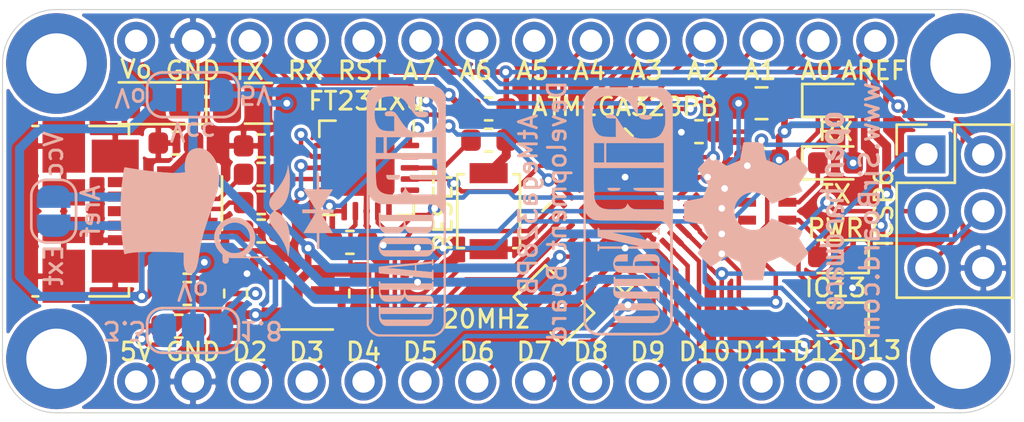
<source format=kicad_pcb>
(kicad_pcb (version 20171130) (host pcbnew "(5.1.2)-2")
  (title_block (title SirNano) (date 2019-12-04) (rev 2) (company SirBoard) (comment 1 www.SirBoard.com) (comment 2 "ATMega328PB Based Dev Board"))
  (layers (0 F.Cu signal) (31 B.Cu signal) (34 B.Paste user hide) (35 F.Paste user hide) (36 B.SilkS user hide) (37 F.SilkS user) (38 B.Mask user hide) (39 F.Mask user) (44 Edge.Cuts user hide))
  (net 0 "")
  (net 1 GND)
  (net 2 "Net-(J3-Pad4)")
  (net 3 "Net-(L1-Pad2)")
  (net 4 /X1)
  (net 5 /X2)
  (net 6 /IO13LED)
  (net 7 /uD+)
  (net 8 /uD-)
  (net 9 /PWRLED)
  (net 10 TX_LED)
  (net 11 RX_LED)
  (net 12 "Net-(U1-Pad6)")
  (net 13 "Net-(U1-Pad3)")
  (net 14 "Net-(U3-Pad19)")
  (net 15 "Net-(U3-Pad16)")
  (net 16 "Net-(U3-Pad15)")
  (net 17 "Net-(U3-Pad6)")
  (net 18 "Net-(U3-Pad5)")
  (net 19 "Net-(U3-Pad4)")
  (net 20 "Net-(U3-Pad2)")
  (net 21 A0)
  (net 22 A1)
  (net 23 A2)
  (net 24 A3)
  (net 25 A4)
  (net 26 A5)
  (net 27 A6)
  (net 28 A7)
  (net 29 5V)
  (net 30 3.3V)
  (net 31 RESET)
  (net 32 "Net-(C11-Pad2)")
  (net 33 D11)
  (net 34 D13)
  (net 35 D12)
  (net 36 AREF)
  (net 37 VCC)
  (net 38 VOUT)
  (net 39 D-)
  (net 40 D+)
  (net 41 D10)
  (net 42 D9)
  (net 43 D8)
  (net 44 D7)
  (net 45 D6)
  (net 46 D5)
  (net 47 D4)
  (net 48 D3)
  (net 49 D2)
  (net 50 TX)
  (net 51 RX)
  (net 52 ADJ)
  (net 53 VBUS)
  (net 54 "Net-(RN1-Pad7)")
  (net 55 "Net-(RN1-Pad8)")
  (net 56 1.8V)
  (net 57 3_3V)
  (module Resistor_SMD:R_Array_Convex_4x0603 (layer F.Cu) (at 80.899 40.386)
    (fp_text reference RN1 hide)
    (fp_text value R_Pack04)
    (pad 5 smd rect (at 0.9 1.2) (size 0.8 0.5) (layers F.Cu F.Paste F.Mask) (net 6 /IO13LED))
    (pad 6 smd rect (at 0.9 0.4) (size 0.8 0.4) (layers F.Cu F.Paste F.Mask) (net 9 /PWRLED))
    (pad 8 smd rect (at 0.9 -1.2) (size 0.8 0.5) (layers F.Cu F.Paste F.Mask) (net 55 "Net-(RN1-Pad8)"))
    (pad 7 smd rect (at 0.9 -0.4) (size 0.8 0.4) (layers F.Cu F.Paste F.Mask) (net 54 "Net-(RN1-Pad7)"))
    (pad 4 smd rect (at -0.9 1.2) (size 0.8 0.5) (layers F.Cu F.Paste F.Mask) (net 29 5V))
    (pad 2 smd rect (at -0.9 -0.4) (size 0.8 0.4) (layers F.Cu F.Paste F.Mask) (net 10 TX_LED))
    (pad 3 smd rect (at -0.9 0.4) (size 0.8 0.4) (layers F.Cu F.Paste F.Mask) (net 34 D13))
    (pad 1 smd rect (at -0.9 -1.2) (size 0.8 0.5) (layers F.Cu F.Paste F.Mask) (net 11 RX_LED))
  )
  (module Resistor_SMD:R_0603_1608Metric (layer F.Cu) (at 54.991 44.069 180)
    (fp_text reference R5 hide)
    (fp_text value 56k)
    (pad 1 smd roundrect (at -0.7875 0 180) (size 0.875 0.95) (layers F.Cu F.Paste F.Mask) (net 56 1.8V))
    (pad 2 smd roundrect (at 0.7875 0 180) (size 0.875 0.95) (layers F.Cu F.Paste F.Mask) (net 1 GND))
  )
  (module Capacitor_SMD:C_0603_1608Metric (layer F.Cu) (at 68.453 37.211 180)
    (fp_text reference C11 hide)
    (fp_text value 100nF)
    (pad 2 smd roundrect (at 0.7875 0 180) (size 0.875 0.95) (layers F.Cu F.Paste F.Mask) (net 32 "Net-(C11-Pad2)"))
    (pad 1 smd roundrect (at -0.7875 0 180) (size 0.875 0.95) (layers F.Cu F.Paste F.Mask) (net 31 RESET))
  )
  (module Capacitor_SMD:C_0603_1608Metric_Pad1.05x0.95mm_HandSolder (layer F.Cu) (at 57.15 44.069 90)
    (fp_text reference C10 hide)
    (fp_text value 1uF)
    (pad 2 smd roundrect (at 0.875 0 90) (size 1.05 0.95) (layers F.Cu F.Paste F.Mask) (net 1 GND))
    (pad 1 smd roundrect (at -0.875 0 90) (size 1.05 0.95) (layers F.Cu F.Paste F.Mask) (net 38 VOUT))
  )
  (module Capacitor_SMD:C_0603_1608Metric_Pad1.05x0.95mm_HandSolder (layer F.Cu) (at 62.738 44.069 270)
    (fp_text reference C9 hide)
    (fp_text value 1uF)
    (pad 2 smd roundrect (at 0.875 0 270) (size 1.05 0.95) (layers F.Cu F.Paste F.Mask) (net 1 GND))
    (pad 1 smd roundrect (at -0.875 0 270) (size 1.05 0.95) (layers F.Cu F.Paste F.Mask) (net 29 5V))
  )
  (module Capacitor_SMD:C_0603_1608Metric (layer F.Cu) (at 62.2555 41.783)
    (fp_text reference C3 hide)
    (fp_text value 100nF)
    (pad 2 smd roundrect (at 0.7875 0) (size 0.875 0.95) (layers F.Cu F.Paste F.Mask) (net 1 GND))
    (pad 1 smd roundrect (at -0.7875 0) (size 0.875 0.95) (layers F.Cu F.Paste F.Mask) (net 30 3.3V))
  )
  (module Resistor_SMD:R_1206_3216Metric (layer F.Cu) (at 58.166 35.56 180)
    (fp_text reference F1 hide)
    (fp_text value 500mA)
    (pad 2 smd roundrect (at 1.4 0 180) (size 1.25 1.75) (layers F.Cu F.Paste F.Mask) (roundrect_rratio 0.2) (net 53 VBUS))
    (pad 1 smd roundrect (at -1.4 0 180) (size 1.25 1.75) (layers F.Cu F.Paste F.Mask) (roundrect_rratio 0.2) (net 29 5V))
  )
  (module Symbol:OSHW-Logo2_9.8x8mm_SilkScreen (layer B.Cu) (at 80.899 40.386 270)
    (fp_text reference REF** hide)
    (fp_text value OSHW-Logo2_9.8x8mm_SilkScreen hide)
  )
  (module Jumper:SolderJumper-2_P1.3mm_Open_RoundedPad1.0x1.5mm (layer B.Cu) (at 49.022 40.386 90)
    (fp_text reference JP1 hide)
    (fp_text value SolderJumper_2_Bridged)
    (pad 2 smd custom (at 0.65 0 90) (size 1 0.5) (layers B.Cu B.Mask) (net 37 VCC) (options (clearance outline) (anchor rect)) (primitives (gr_circle (center 0 -0.25) (end 0.5 -0.25) (width 0)) (gr_circle (center 0 0.25) (end 0.5 0.25) (width 0)) (gr_poly (pts (xy 0 0.75) (xy -0.5 0.75) (xy -0.5 -0.75) (xy 0 -0.75)) (width 0))))
    (pad 1 smd custom (at -0.65 0 90) (size 1 0.5) (layers B.Cu B.Mask) (net 36 AREF) (options (clearance outline) (anchor rect)) (primitives (gr_circle (center 0 -0.25) (end 0.5 -0.25) (width 0)) (gr_circle (center 0 0.25) (end 0.5 0.25) (width 0)) (gr_poly (pts (xy 0 0.75) (xy 0.5 0.75) (xy 0.5 -0.75) (xy 0 -0.75)) (width 0))))
  )
  (module logo:logo94x134 (layer B.Cu) (at 56.769 40.386 270)
    (fp_text reference G*** hide)
    (fp_text value LOGO hide)
  )
  (module Jumper:SolderJumper-3_P1.3mm_Open_RoundedPad1.0x1.5mm (layer B.Cu) (at 55.245 35.179)
    (fp_text reference JP3 hide)
    (fp_text value SolderJumper_3_Open)
    (pad 2 smd rect (at 0 0) (size 1 1.5) (layers B.Cu B.Mask) (net 37 VCC))
    (pad 3 smd custom (at 1.3 0) (size 1 0.5) (layers B.Cu B.Mask) (net 29 5V) (options (clearance outline) (anchor rect)) (primitives (gr_circle (center 0 -0.25) (end 0.5 -0.25) (width 0)) (gr_circle (center 0 0.25) (end 0.5 0.25) (width 0)) (gr_poly (pts (xy -0.55 0.75) (xy 0 0.75) (xy 0 -0.75) (xy -0.55 -0.75)) (width 0))))
    (pad 1 smd custom (at -1.3 0) (size 1 0.5) (layers B.Cu B.Mask) (net 38 VOUT) (options (clearance outline) (anchor rect)) (primitives (gr_circle (center 0 -0.25) (end 0.5 -0.25) (width 0)) (gr_circle (center 0 0.25) (end 0.5 0.25) (width 0)) (gr_poly (pts (xy 0.55 0.75) (xy 0 0.75) (xy 0 -0.75) (xy 0.55 -0.75)) (width 0))))
  )
  (module Jumper:SolderJumper-3_P1.3mm_Open_RoundedPad1.0x1.5mm (layer B.Cu) (at 55.245 45.72)
    (fp_text reference JP2 hide)
    (fp_text value SolderJumper_3_Open)
    (pad 2 smd rect (at 0 0) (size 1 1.5) (layers B.Cu B.Mask) (net 52 ADJ))
    (pad 3 smd custom (at 1.3 0) (size 1 0.5) (layers B.Cu B.Mask) (net 56 1.8V) (options (clearance outline) (anchor rect)) (primitives (gr_circle (center 0 -0.25) (end 0.5 -0.25) (width 0)) (gr_circle (center 0 0.25) (end 0.5 0.25) (width 0)) (gr_poly (pts (xy -0.55 0.75) (xy 0 0.75) (xy 0 -0.75) (xy -0.55 -0.75)) (width 0))))
    (pad 1 smd custom (at -1.3 0) (size 1 0.5) (layers B.Cu B.Mask) (net 57 3_3V) (options (clearance outline) (anchor rect)) (primitives (gr_circle (center 0 -0.25) (end 0.5 -0.25) (width 0)) (gr_circle (center 0 0.25) (end 0.5 0.25) (width 0)) (gr_poly (pts (xy 0.55 0.75) (xy 0 0.75) (xy 0 -0.75) (xy 0.55 -0.75)) (width 0))))
  )
  (module Button_Switch_SMD:SW_SPST_B3U-1000P-B (layer F.Cu) (at 68.453 40.386 270)
    (fp_text reference RESET (at 0 2.032 270) (layer F.SilkS) (effects (font (size 0.8 0.8) (thickness 0.13))))
    (fp_text value SW_Push)
    (pad "" np_thru_hole circle (at 0 0 270) (size 0.8 0.8) (drill 0.8) (layers *.Cu *.Mask))
    (pad 2 smd rect (at 1.7 0 270) (size 0.9 1.7) (layers F.Cu F.Paste F.Mask) (net 1 GND))
    (pad 1 smd rect (at -1.7 0 270) (size 0.9 1.7) (layers F.Cu F.Paste F.Mask) (net 31 RESET))
  )
  (module Capacitor_SMD:C_0603_1608Metric (layer F.Cu) (at 80.645 38.1 180)
    (fp_text reference C7 hide)
    (fp_text value 1uF)
    (pad 2 smd roundrect (at 0.7875 0 180) (size 0.875 0.95) (layers F.Cu F.Paste F.Mask) (net 1 GND))
    (pad 1 smd roundrect (at -0.7875 0 180) (size 0.875 0.95) (layers F.Cu F.Paste F.Mask) (net 37 VCC))
  )
  (module Resistor_SMD:R_0603_1608Metric (layer F.Cu) (at 54.991 42.672)
    (fp_text reference R7 hide)
    (fp_text value 68k)
    (pad 2 smd roundrect (at 0.7875 0) (size 0.875 0.95) (layers F.Cu F.Paste F.Mask) (net 52 ADJ))
    (pad 1 smd roundrect (at -0.7875 0) (size 0.875 0.95) (layers F.Cu F.Paste F.Mask) (net 38 VOUT))
  )
  (module Package_TO_SOT_SMD:SOT-143 (layer F.Cu) (at 54.991 40.0304 90)
    (fp_text reference D1 hide)
    (fp_text value PRTR5V0U2X)
    (pad 4 smd rect (at 1.1508 -0.95) (size 0.8 1) (layers F.Cu F.Paste F.Mask) (net 53 VBUS))
    (pad 3 smd rect (at 1.1508 0.95) (size 0.8 1) (layers F.Cu F.Paste F.Mask) (net 39 D-))
    (pad 2 smd rect (at -1.1492 0.95) (size 0.8 1) (layers F.Cu F.Paste F.Mask) (net 40 D+))
    (pad 1 smd rect (at -1.1492 -0.77) (size 1.2 1) (layers F.Cu F.Paste F.Mask) (net 1 GND))
  )
  (module Resistor_SMD:R_0603_1608Metric (layer F.Cu) (at 68.453 35.814)
    (fp_text reference R3 hide)
    (fp_text value 10k)
    (pad 2 smd roundrect (at 0.7875 0) (size 0.875 0.95) (layers F.Cu F.Paste F.Mask) (net 31 RESET))
    (pad 1 smd roundrect (at -0.7875 0) (size 0.875 0.95) (layers F.Cu F.Paste F.Mask) (net 37 VCC))
  )
  (module Resistor_SMD:R_0603_1608Metric (layer F.Cu) (at 54.61 45.5295 180)
    (fp_text reference R6 hide)
    (fp_text value 22k)
    (pad 2 smd roundrect (at 0.7875 0 180) (size 0.875 0.95) (layers F.Cu F.Paste F.Mask) (net 1 GND))
    (pad 1 smd roundrect (at -0.7875 0 180) (size 0.875 0.95) (layers F.Cu F.Paste F.Mask) (net 57 3_3V))
  )
  (module Connector_PinHeader_2.54mm:PinHeader_1x14_P2.54mm_Vertical (layer B.Cu) (at 52.705 48.006 270)
    (fp_text reference J1 hide)
    (fp_text value Conn_01x14)
    (pad 14 thru_hole oval (at 0 -33.02 270) (size 1.7 1.7) (drill 1) (layers *.Cu *.Mask) (net 34 D13))
    (pad 13 thru_hole oval (at 0 -30.48 270) (size 1.7 1.7) (drill 1) (layers *.Cu *.Mask) (net 35 D12))
    (pad 12 thru_hole oval (at 0 -27.94 270) (size 1.7 1.7) (drill 1) (layers *.Cu *.Mask) (net 33 D11))
    (pad 11 thru_hole oval (at 0 -25.4 270) (size 1.7 1.7) (drill 1) (layers *.Cu *.Mask) (net 41 D10))
    (pad 10 thru_hole oval (at 0 -22.86 270) (size 1.7 1.7) (drill 1) (layers *.Cu *.Mask) (net 42 D9))
    (pad 9 thru_hole oval (at 0 -20.32 270) (size 1.7 1.7) (drill 1) (layers *.Cu *.Mask) (net 43 D8))
    (pad 8 thru_hole oval (at 0 -17.78 270) (size 1.7 1.7) (drill 1) (layers *.Cu *.Mask) (net 44 D7))
    (pad 7 thru_hole oval (at 0 -15.24 270) (size 1.7 1.7) (drill 1) (layers *.Cu *.Mask) (net 45 D6))
    (pad 6 thru_hole oval (at 0 -12.7 270) (size 1.7 1.7) (drill 1) (layers *.Cu *.Mask) (net 46 D5))
    (pad 5 thru_hole oval (at 0 -10.16 270) (size 1.7 1.7) (drill 1) (layers *.Cu *.Mask) (net 47 D4))
    (pad 4 thru_hole oval (at 0 -7.62 270) (size 1.7 1.7) (drill 1) (layers *.Cu *.Mask) (net 48 D3))
    (pad 3 thru_hole oval (at 0 -5.08 270) (size 1.7 1.7) (drill 1) (layers *.Cu *.Mask) (net 49 D2))
    (pad 2 thru_hole oval (at 0 -2.54 270) (size 1.7 1.7) (drill 1) (layers *.Cu *.Mask) (net 1 GND))
    (pad 1 thru_hole circle (at 0 0 270) (size 1.7 1.7) (drill 1) (layers *.Cu *.Mask) (net 29 5V))
  )
  (module Connector_PinHeader_2.54mm:PinHeader_1x14_P2.54mm_Vertical (layer B.Cu) (at 52.705 32.766 270)
    (fp_text reference J2 hide)
    (fp_text value Conn_01x14)
    (pad 1 thru_hole circle (at 0 0 270) (size 1.7 1.7) (drill 1) (layers *.Cu *.Mask) (net 38 VOUT))
    (pad 2 thru_hole oval (at 0 -2.54 270) (size 1.7 1.7) (drill 1) (layers *.Cu *.Mask) (net 1 GND))
    (pad 3 thru_hole oval (at 0 -5.08 270) (size 1.7 1.7) (drill 1) (layers *.Cu *.Mask) (net 50 TX))
    (pad 4 thru_hole oval (at 0 -7.62 270) (size 1.7 1.7) (drill 1) (layers *.Cu *.Mask) (net 51 RX))
    (pad 5 thru_hole oval (at 0 -10.16 270) (size 1.7 1.7) (drill 1) (layers *.Cu *.Mask) (net 31 RESET))
    (pad 6 thru_hole oval (at 0 -12.7 270) (size 1.7 1.7) (drill 1) (layers *.Cu *.Mask) (net 28 A7))
    (pad 7 thru_hole oval (at 0 -15.24 270) (size 1.7 1.7) (drill 1) (layers *.Cu *.Mask) (net 27 A6))
    (pad 8 thru_hole oval (at 0 -17.78 270) (size 1.7 1.7) (drill 1) (layers *.Cu *.Mask) (net 26 A5))
    (pad 9 thru_hole oval (at 0 -20.32 270) (size 1.7 1.7) (drill 1) (layers *.Cu *.Mask) (net 25 A4))
    (pad 10 thru_hole oval (at 0 -22.86 270) (size 1.7 1.7) (drill 1) (layers *.Cu *.Mask) (net 24 A3))
    (pad 11 thru_hole oval (at 0 -25.4 270) (size 1.7 1.7) (drill 1) (layers *.Cu *.Mask) (net 23 A2))
    (pad 12 thru_hole oval (at 0 -27.94 270) (size 1.7 1.7) (drill 1) (layers *.Cu *.Mask) (net 22 A1))
    (pad 13 thru_hole oval (at 0 -30.48 270) (size 1.7 1.7) (drill 1) (layers *.Cu *.Mask) (net 21 A0))
    (pad 14 thru_hole oval (at 0 -33.02 270) (size 1.7 1.7) (drill 1) (layers *.Cu *.Mask) (net 36 AREF))
  )
  (module logo:SirNano118x40 (layer B.Cu) (at 74.676 40.386 270)
    (fp_text reference G*** hide)
    (fp_text value LOGO hide)
  )
  (module logo:SirBoard112x35 (layer B.Cu) (at 64.77 40.386 270)
    (fp_text reference G*** hide)
    (fp_text value LOGO hide)
  )
  (module MountingHole:MountingHole_2.7mm_M2.5_ISO7380_Pad (layer F.Cu) (at 49.149 46.99)
    (fp_text reference REF** hide)
    (fp_text value MountingHole_2.7mm_M2.5_ISO7380_Pad)
    (pad 1 thru_hole circle (at 0 0) (size 4.5 4.5) (drill 2.7) (layers *.Cu *.Mask))
  )
  (module MountingHole:MountingHole_2.7mm_M2.5_ISO7380_Pad (layer F.Cu) (at 49.149 33.782)
    (fp_text reference REF** hide)
    (fp_text value MountingHole_2.7mm_M2.5_ISO7380_Pad)
    (pad 1 thru_hole circle (at 0 0) (size 4.5 4.5) (drill 2.7) (layers *.Cu *.Mask))
  )
  (module MountingHole:MountingHole_2.7mm_M2.5_ISO7380_Pad (layer F.Cu) (at 89.535 33.782)
    (fp_text reference REF** hide)
    (fp_text value MountingHole_2.7mm_M2.5_ISO7380_Pad)
    (pad 1 thru_hole circle (at 0 0) (size 4.5 4.5) (drill 2.7) (layers *.Cu *.Mask))
  )
  (module MountingHole:MountingHole_2.7mm_M2.5_ISO7380_Pad (layer F.Cu) (at 89.535 46.99)
    (fp_text reference REF** hide)
    (fp_text value MountingHole_2.7mm_M2.5_ISO7380_Pad)
    (pad 1 thru_hole circle (at 0 0) (size 4.5 4.5) (drill 2.7) (layers *.Cu *.Mask))
  )
  (module Package_TO_SOT_SMD:SOT-23-5 (layer F.Cu) (at 59.944 44.069 180)
    (fp_text reference U2 hide)
    (fp_text value AP7365-ADJ)
    (pad 1 smd rect (at -1.1 -0.95 180) (size 1.06 0.65) (layers F.Cu F.Paste F.Mask) (net 29 5V))
    (pad 2 smd rect (at -1.1 0 180) (size 1.06 0.65) (layers F.Cu F.Paste F.Mask) (net 1 GND))
    (pad 3 smd rect (at -1.1 0.95 180) (size 1.06 0.65) (layers F.Cu F.Paste F.Mask) (net 29 5V))
    (pad 4 smd rect (at 1.1 0.95 180) (size 1.06 0.65) (layers F.Cu F.Paste F.Mask) (net 52 ADJ))
    (pad 5 smd rect (at 1.1 -0.95 180) (size 1.06 0.65) (layers F.Cu F.Paste F.Mask) (net 38 VOUT))
  )
  (module Crystal:Resonator_SMD_muRata_CSTxExxV-3Pin_3.0x1.1mm (layer F.Cu) (at 71.374 44.577 135)
    (fp_text reference 20MHz (at 1.706249 -2.604274) (layer F.SilkS) (effects (font (size 0.8 0.8) (thickness 0.13))))
    (fp_text value 20MHz)
    (pad 3 smd rect (at 1.2 0 135) (size 0.4 1.9) (layers F.Cu F.Paste F.Mask) (net 4 /X1))
    (pad 2 smd rect (at 0 0 135) (size 0.4 1.9) (layers F.Cu F.Paste F.Mask) (net 1 GND))
    (pad 1 smd rect (at -1.2 0 135) (size 0.4 1.9) (layers F.Cu F.Paste F.Mask) (net 5 /X2))
  )
  (module Package_DFN_QFN:QFN-32-1EP_5x5mm_P0.5mm_EP3.1x3.1mm (layer F.Cu) (at 74.549 40.386 45)
    (fp_text reference U1 hide)
    (fp_text value ATmega328PB-MU)
    (pad 33 smd roundrect (at 0 0 45) (size 3.1 3.1) (layers F.Cu F.Mask) (roundrect_rratio 0.081) (net 1 GND))
    (pad 1 smd roundrect (at -2.4375 -1.75 45) (size 0.875 0.25) (layers F.Cu F.Paste F.Mask) (net 48 D3))
    (pad 2 smd roundrect (at -2.4375 -1.25 45) (size 0.875 0.25) (layers F.Cu F.Paste F.Mask) (net 47 D4))
    (pad 3 smd roundrect (at -2.4375 -0.75 45) (size 0.875 0.25) (layers F.Cu F.Paste F.Mask) (net 13 "Net-(U1-Pad3)"))
    (pad 4 smd roundrect (at -2.4375 -0.25 45) (size 0.875 0.25) (layers F.Cu F.Paste F.Mask) (net 37 VCC))
    (pad 5 smd roundrect (at -2.4375 0.25 45) (size 0.875 0.25) (layers F.Cu F.Paste F.Mask) (net 1 GND))
    (pad 6 smd roundrect (at -2.4375 0.75 45) (size 0.875 0.25) (layers F.Cu F.Paste F.Mask) (net 12 "Net-(U1-Pad6)"))
    (pad 7 smd roundrect (at -2.4375 1.25 45) (size 0.875 0.25) (layers F.Cu F.Paste F.Mask) (net 4 /X1))
    (pad 8 smd roundrect (at -2.4375 1.75 45) (size 0.875 0.25) (layers F.Cu F.Paste F.Mask) (net 5 /X2))
    (pad 9 smd roundrect (at -1.75 2.4375 45) (size 0.25 0.875) (layers F.Cu F.Paste F.Mask) (net 46 D5))
    (pad 10 smd roundrect (at -1.25 2.4375 45) (size 0.25 0.875) (layers F.Cu F.Paste F.Mask) (net 45 D6))
    (pad 11 smd roundrect (at -0.75 2.4375 45) (size 0.25 0.875) (layers F.Cu F.Paste F.Mask) (net 44 D7))
    (pad 12 smd roundrect (at -0.25 2.4375 45) (size 0.25 0.875) (layers F.Cu F.Paste F.Mask) (net 43 D8))
    (pad 13 smd roundrect (at 0.25 2.4375 45) (size 0.25 0.875) (layers F.Cu F.Paste F.Mask) (net 42 D9))
    (pad 14 smd roundrect (at 0.75 2.4375 45) (size 0.25 0.875) (layers F.Cu F.Paste F.Mask) (net 41 D10))
    (pad 15 smd roundrect (at 1.25 2.4375 45) (size 0.25 0.875) (layers F.Cu F.Paste F.Mask) (net 33 D11))
    (pad 16 smd roundrect (at 1.75 2.4375 45) (size 0.25 0.875) (layers F.Cu F.Paste F.Mask) (net 35 D12))
    (pad 17 smd roundrect (at 2.4375 1.75 45) (size 0.875 0.25) (layers F.Cu F.Paste F.Mask) (net 34 D13))
    (pad 18 smd roundrect (at 2.4375 1.25 45) (size 0.875 0.25) (layers F.Cu F.Paste F.Mask) (net 3 "Net-(L1-Pad2)"))
    (pad 19 smd roundrect (at 2.4375 0.75 45) (size 0.875 0.25) (layers F.Cu F.Paste F.Mask) (net 27 A6))
    (pad 20 smd roundrect (at 2.4375 0.25 45) (size 0.875 0.25) (layers F.Cu F.Paste F.Mask) (net 36 AREF))
    (pad 21 smd roundrect (at 2.4375 -0.25 45) (size 0.875 0.25) (layers F.Cu F.Paste F.Mask) (net 1 GND))
    (pad 22 smd roundrect (at 2.4375 -0.75 45) (size 0.875 0.25) (layers F.Cu F.Paste F.Mask) (net 28 A7))
    (pad 23 smd roundrect (at 2.4375 -1.25 45) (size 0.875 0.25) (layers F.Cu F.Paste F.Mask) (net 21 A0))
    (pad 24 smd roundrect (at 2.4375 -1.75 45) (size 0.875 0.25) (layers F.Cu F.Paste F.Mask) (net 22 A1))
    (pad 25 smd roundrect (at 1.75 -2.4375 45) (size 0.25 0.875) (layers F.Cu F.Paste F.Mask) (net 23 A2))
    (pad 26 smd roundrect (at 1.25 -2.4375 45) (size 0.25 0.875) (layers F.Cu F.Paste F.Mask) (net 24 A3))
    (pad 27 smd roundrect (at 0.75 -2.4375 45) (size 0.25 0.875) (layers F.Cu F.Paste F.Mask) (net 25 A4))
    (pad 28 smd roundrect (at 0.25 -2.4375 45) (size 0.25 0.875) (layers F.Cu F.Paste F.Mask) (net 26 A5))
    (pad 29 smd roundrect (at -0.25 -2.4375 45) (size 0.25 0.875) (layers F.Cu F.Paste F.Mask) (net 31 RESET))
    (pad 30 smd roundrect (at -0.75 -2.4375 45) (size 0.25 0.875) (layers F.Cu F.Paste F.Mask) (net 51 RX))
    (pad 31 smd roundrect (at -1.25 -2.4375 45) (size 0.25 0.875) (layers F.Cu F.Paste F.Mask) (net 50 TX))
    (pad 32 smd roundrect (at -1.75 -2.4375 45) (size 0.25 0.875) (layers F.Cu F.Paste F.Mask) (net 49 D2))
  )
  (module Capacitor_SMD:C_0603_1608Metric (layer F.Cu) (at 77.851 36.83 180)
    (fp_text reference C1 hide)
    (fp_text value 100nF)
    (pad 2 smd roundrect (at 0.7875 0 180) (size 0.875 0.95) (layers F.Cu F.Paste F.Mask) (net 1 GND))
    (pad 1 smd roundrect (at -0.7875 0 180) (size 0.875 0.95) (layers F.Cu F.Paste F.Mask) (net 36 AREF))
  )
  (module LED_SMD:LED_0603_1608Metric (layer F.Cu) (at 83.947 38.227)
    (fp_text reference TX (at 0 1.397) (layer F.SilkS) (effects (font (size 0.8 0.8) (thickness 0.13))))
    (fp_text value LED)
    (pad 1 smd roundrect (at -0.7875 0) (size 0.875 0.95) (layers F.Cu F.Paste F.Mask) (net 54 "Net-(RN1-Pad7)"))
    (pad 2 smd roundrect (at 0.7875 0) (size 0.875 0.95) (layers F.Cu F.Paste F.Mask) (net 29 5V))
  )
  (module LED_SMD:LED_0603_1608Metric (layer F.Cu) (at 83.947 35.433)
    (fp_text reference RX (at 0 1.397) (layer F.SilkS) (effects (font (size 0.8 0.8) (thickness 0.13))))
    (fp_text value LED)
    (pad 1 smd roundrect (at -0.7875 0) (size 0.875 0.95) (layers F.Cu F.Paste F.Mask) (net 55 "Net-(RN1-Pad8)"))
    (pad 2 smd roundrect (at 0.7875 0) (size 0.875 0.95) (layers F.Cu F.Paste F.Mask) (net 29 5V))
  )
  (module Resistor_SMD:R_0603_1608Metric (layer F.Cu) (at 58.293 40.005)
    (fp_text reference R2 hide)
    (fp_text value 27e)
    (pad 2 smd roundrect (at 0.7875 0) (size 0.875 0.95) (layers F.Cu F.Paste F.Mask) (net 7 /uD+))
    (pad 1 smd roundrect (at -0.7875 0) (size 0.875 0.95) (layers F.Cu F.Paste F.Mask) (net 40 D+))
  )
  (module Resistor_SMD:R_0603_1608Metric (layer F.Cu) (at 58.293 38.735)
    (fp_text reference R1 hide)
    (fp_text value 27e)
    (pad 2 smd roundrect (at 0.7875 0) (size 0.875 0.95) (layers F.Cu F.Paste F.Mask) (net 8 /uD-))
    (pad 1 smd roundrect (at -0.7875 0) (size 0.875 0.95) (layers F.Cu F.Paste F.Mask) (net 39 D-))
  )
  (module LED_SMD:LED_0603_1608Metric (layer F.Cu) (at 83.947 42.418 180)
    (fp_text reference PWR (at 0 1.27 180) (layer F.SilkS) (effects (font (size 0.8 0.8) (thickness 0.13))))
    (fp_text value LED)
    (pad 1 smd roundrect (at -0.7875 0 180) (size 0.875 0.95) (layers F.Cu F.Paste F.Mask) (net 1 GND))
    (pad 2 smd roundrect (at 0.7875 0 180) (size 0.875 0.95) (layers F.Cu F.Paste F.Mask) (net 9 /PWRLED))
  )
  (module Inductor_SMD:L_0805_2012Metric_Pad1.15x1.40mm_HandSolder (layer F.Cu) (at 80.645 35.56 180)
    (fp_text reference L1 hide)
    (fp_text value 10uH)
    (pad 2 smd roundrect (at 1.025 0 180) (size 1.15 1.4) (layers F.Cu F.Paste F.Mask) (roundrect_rratio 0.217391) (net 3 "Net-(L1-Pad2)"))
    (pad 1 smd roundrect (at -1.025 0 180) (size 1.15 1.4) (layers F.Cu F.Paste F.Mask) (roundrect_rratio 0.217391) (net 37 VCC))
  )
  (module LED_SMD:LED_0603_1608Metric (layer F.Cu) (at 83.947 45.212 180)
    (fp_text reference IO13 (at 0 1.397) (layer F.SilkS) (effects (font (size 0.8 0.8) (thickness 0.13))))
    (fp_text value LED)
    (pad 1 smd roundrect (at -0.7875 0 180) (size 0.875 0.95) (layers F.Cu F.Paste F.Mask) (net 1 GND))
    (pad 2 smd roundrect (at 0.7875 0 180) (size 0.875 0.95) (layers F.Cu F.Paste F.Mask) (net 6 /IO13LED))
  )
  (module Capacitor_Tantalum_SMD:CP_EIA-3216-12_Kemet-S (layer F.Cu) (at 53.5305 35.56 180)
    (fp_text reference C8 hide)
    (fp_text value 22uF)
    (pad 2 smd roundrect (at 1.35 0 180) (size 1.4 1.35) (layers F.Cu F.Paste F.Mask) (roundrect_rratio 0.185185) (net 1 GND))
    (pad 1 smd roundrect (at -1.35 0 180) (size 1.4 1.35) (layers F.Cu F.Paste F.Mask) (roundrect_rratio 0.185185) (net 53 VBUS))
  )
  (module Capacitor_SMD:C_0603_1608Metric (layer F.Cu) (at 54.483 37.338 180)
    (fp_text reference C6 hide)
    (fp_text value 10nF)
    (pad 2 smd roundrect (at 0.7875 0 180) (size 0.875 0.95) (layers F.Cu F.Paste F.Mask) (net 1 GND))
    (pad 1 smd roundrect (at -0.7875 0 180) (size 0.875 0.95) (layers F.Cu F.Paste F.Mask) (net 53 VBUS))
  )
  (module Capacitor_SMD:C_0603_1608Metric (layer F.Cu) (at 58.293 37.465 180)
    (fp_text reference C4 hide)
    (fp_text value 47pF)
    (pad 2 smd roundrect (at 0.7875 0 180) (size 0.875 0.95) (layers F.Cu F.Paste F.Mask) (net 1 GND))
    (pad 1 smd roundrect (at -0.7875 0 180) (size 0.875 0.95) (layers F.Cu F.Paste F.Mask) (net 8 /uD-))
  )
  (module Capacitor_SMD:C_0603_1608Metric (layer F.Cu) (at 58.293 41.275 180)
    (fp_text reference C2 hide)
    (fp_text value 47pF)
    (pad 1 smd roundrect (at -0.7875 0 180) (size 0.875 0.95) (layers F.Cu F.Paste F.Mask) (net 7 /uD+))
    (pad 2 smd roundrect (at 0.7875 0 180) (size 0.875 0.95) (layers F.Cu F.Paste F.Mask) (net 1 GND))
  )
  (module Connector_PinHeader_2.54mm:PinHeader_2x03_P2.54mm_Vertical (layer F.Cu) (at 88.011 37.846)
    (fp_text reference ICSP6 (at -1.905 2.413 90) (layer F.SilkS) (effects (font (size 0.8 0.8) (thickness 0.13))))
    (fp_text value Conn_02x03_Odd_Even)
    (pad 6 thru_hole oval (at 2.54 5.08) (size 1.7 1.7) (drill 1) (layers *.Cu *.Mask) (net 1 GND))
    (pad 5 thru_hole oval (at 0 5.08) (size 1.7 1.7) (drill 1) (layers *.Cu *.Mask) (net 31 RESET))
    (pad 4 thru_hole oval (at 2.54 2.54) (size 1.7 1.7) (drill 1) (layers *.Cu *.Mask) (net 33 D11))
    (pad 3 thru_hole oval (at 0 2.54) (size 1.7 1.7) (drill 1) (layers *.Cu *.Mask) (net 34 D13))
    (pad 2 thru_hole oval (at 2.54 0) (size 1.7 1.7) (drill 1) (layers *.Cu *.Mask) (net 37 VCC))
    (pad 1 thru_hole rect (at 0 0) (size 1.7 1.7) (drill 1) (layers *.Cu *.Mask) (net 35 D12))
  )
  (module Package_DFN_QFN:QFN-20-1EP_4x4mm_P0.5mm_EP2.5x2.5mm (layer F.Cu) (at 63 38.4485 270)
    (fp_text reference FT231XQ (at -2.9901 0.008) (layer F.SilkS) (effects (font (size 0.8 0.8) (thickness 0.13))))
    (fp_text value FT231XQ)
    (pad 21 smd roundrect (at 0 0 270) (size 2.5 2.5) (layers F.Cu F.Mask) (roundrect_rratio 0.1) (net 1 GND))
    (pad 1 smd roundrect (at -1.9375 -1 270) (size 0.825 0.25) (layers F.Cu F.Paste F.Mask) (net 50 TX))
    (pad 2 smd roundrect (at -1.9375 -0.5 270) (size 0.825 0.25) (layers F.Cu F.Paste F.Mask) (net 20 "Net-(U3-Pad2)"))
    (pad 3 smd roundrect (at -1.9375 0 270) (size 0.825 0.25) (layers F.Cu F.Paste F.Mask) (net 1 GND))
    (pad 4 smd roundrect (at -1.9375 0.5 270) (size 0.825 0.25) (layers F.Cu F.Paste F.Mask) (net 19 "Net-(U3-Pad4)"))
    (pad 5 smd roundrect (at -1.9375 1 270) (size 0.825 0.25) (layers F.Cu F.Paste F.Mask) (net 18 "Net-(U3-Pad5)"))
    (pad 6 smd roundrect (at -1 1.9375 270) (size 0.25 0.825) (layers F.Cu F.Paste F.Mask) (net 17 "Net-(U3-Pad6)"))
    (pad 7 smd roundrect (at -0.5 1.9375 270) (size 0.25 0.825) (layers F.Cu F.Paste F.Mask) (net 10 TX_LED))
    (pad 8 smd roundrect (at 0 1.9375 270) (size 0.25 0.825) (layers F.Cu F.Paste F.Mask) (net 7 /uD+))
    (pad 9 smd roundrect (at 0.5 1.9375 270) (size 0.25 0.825) (layers F.Cu F.Paste F.Mask) (net 8 /uD-))
    (pad 10 smd roundrect (at 1 1.9375 270) (size 0.25 0.825) (layers F.Cu F.Paste F.Mask) (net 30 3.3V))
    (pad 11 smd roundrect (at 1.9375 1 270) (size 0.825 0.25) (layers F.Cu F.Paste F.Mask) (net 30 3.3V))
    (pad 12 smd roundrect (at 1.9375 0.5 270) (size 0.825 0.25) (layers F.Cu F.Paste F.Mask) (net 29 5V))
    (pad 13 smd roundrect (at 1.9375 0 270) (size 0.825 0.25) (layers F.Cu F.Paste F.Mask) (net 1 GND))
    (pad 14 smd roundrect (at 1.9375 -0.5 270) (size 0.825 0.25) (layers F.Cu F.Paste F.Mask) (net 11 RX_LED))
    (pad 15 smd roundrect (at 1.9375 -1 270) (size 0.825 0.25) (layers F.Cu F.Paste F.Mask) (net 16 "Net-(U3-Pad15)"))
    (pad 16 smd roundrect (at 1 -1.9375 270) (size 0.25 0.825) (layers F.Cu F.Paste F.Mask) (net 15 "Net-(U3-Pad16)"))
    (pad 17 smd roundrect (at 0.5 -1.9375 270) (size 0.25 0.825) (layers F.Cu F.Paste F.Mask) (net 51 RX))
    (pad 18 smd roundrect (at 0 -1.9375 270) (size 0.25 0.825) (layers F.Cu F.Paste F.Mask) (net 32 "Net-(C11-Pad2)"))
    (pad 19 smd roundrect (at -0.5 -1.9375 270) (size 0.25 0.825) (layers F.Cu F.Paste F.Mask) (net 14 "Net-(U3-Pad19)"))
    (pad 20 smd roundrect (at -1 -1.9375 270) (size 0.25 0.825) (layers F.Cu F.Paste F.Mask) (net 30 3.3V))
  )
  (module Connector_USB:USB_Micro-B_Molex_47346-0001 (layer F.Cu) (at 50.673 40.386 270)
    (fp_text reference J3 hide)
    (fp_text value USB_B_Micro)
    (pad 1 smd rect (at -1.3 -1.46 270) (size 0.45 1.38) (layers F.Cu F.Paste F.Mask) (net 53 VBUS))
    (pad 2 smd rect (at -0.65 -1.46 270) (size 0.45 1.38) (layers F.Cu F.Paste F.Mask) (net 39 D-))
    (pad 3 smd rect (at 0 -1.46 270) (size 0.45 1.38) (layers F.Cu F.Paste F.Mask) (net 40 D+))
    (pad 4 smd rect (at 0.65 -1.46 270) (size 0.45 1.38) (layers F.Cu F.Paste F.Mask) (net 2 "Net-(J3-Pad4)"))
    (pad 5 smd rect (at 1.3 -1.46 270) (size 0.45 1.38) (layers F.Cu F.Paste F.Mask) (net 1 GND))
    (pad 6 smd rect (at -2.4625 -1.1 270) (size 1.475 2.1) (layers F.Cu F.Paste F.Mask) (net 1 GND))
    (pad 6 smd rect (at 2.4625 -1.1 270) (size 1.475 2.1) (layers F.Cu F.Paste F.Mask) (net 1 GND))
    (pad 6 smd rect (at -2.91 1.2 270) (size 2.375 1.9) (layers F.Cu F.Paste F.Mask) (net 1 GND))
    (pad 6 smd rect (at 2.91 1.2 270) (size 2.375 1.9) (layers F.Cu F.Paste F.Mask) (net 1 GND))
    (pad 6 smd rect (at -0.84 1.2 270) (size 1.175 1.9) (layers F.Cu F.Paste F.Mask) (net 1 GND))
    (pad 6 smd rect (at 0.84 1.2 270) (size 1.175 1.9) (layers F.Cu F.Paste F.Mask) (net 1 GND))
  )
  (gr_text Ext (at 49.022 42.799 90) (layer B.SilkS) (effects (font (size 0.8 0.8) (thickness 0.13)) (justify mirror)))
  (gr_text Vo (at 52.451 35.306 180) (layer B.SilkS) (effects (font (size 0.8 0.8) (thickness 0.13)) (justify mirror)))
  (gr_text Aref (at 50.673 40.386 90) (layer B.SilkS) (effects (font (size 0.8 0.8) (thickness 0.13)) (justify mirror)))
  (gr_text Vcc (at 49.022 37.846 90) (layer B.SilkS) (effects (font (size 0.8 0.8) (thickness 0.13)) (justify mirror)))
  (gr_text Vcc (at 55.245 36.83 180) (layer B.SilkS) (effects (font (size 0.8 0.8) (thickness 0.13)) (justify mirror)))
  (gr_text Vo (at 55.245 43.942 180) (layer B.SilkS) (effects (font (size 0.8 0.8) (thickness 0.13)) (justify mirror)))
  (gr_text 5V (at 58.039 35.179 180) (layer B.SilkS) (effects (font (size 0.8 0.8) (thickness 0.13)) (justify mirror)))
  (gr_text 1.8 (at 58.293 45.72 180) (layer B.SilkS) (effects (font (size 0.8 0.8) (thickness 0.13)) (justify mirror)))
  (gr_text 3.3 (at 52.197 45.72 180) (layer B.SilkS) (effects (font (size 0.8 0.8) (thickness 0.13)) (justify mirror)))
  (gr_line (start 91.948 46.99) (end 91.948 33.782) (layer Edge.Cuts) (width 0.05))
  (gr_line (start 49.149 49.403) (end 89.535 49.403) (layer Edge.Cuts) (width 0.05))
  (gr_line (start 46.736 33.782) (end 46.736 46.99) (layer Edge.Cuts) (width 0.05))
  (gr_line (start 89.535 31.369) (end 49.149 31.369) (layer Edge.Cuts) (width 0.05))
  (gr_arc (start 89.535 33.782) (end 91.948 33.782) (angle -90) (layer Edge.Cuts) (width 0.05))
  (gr_arc (start 89.535 46.99) (end 89.535 49.403) (angle -90) (layer Edge.Cuts) (width 0.05))
  (gr_arc (start 49.149 46.99) (end 46.736 46.99) (angle -90) (layer Edge.Cuts) (width 0.05))
  (gr_arc (start 49.149 33.782) (end 49.149 31.369) (angle -90) (layer Edge.Cuts) (width 0.05))
  (gr_text GND (at 55.245 46.6725) (layer F.SilkS) (effects (font (size 0.8 0.8) (thickness 0.13))))
  (gr_text GND (at 55.245 34.0995) (layer F.SilkS) (effects (font (size 0.8 0.8) (thickness 0.13))))
  (gr_text D6 (at 67.945 46.6725) (layer F.SilkS) (effects (font (size 0.8 0.8) (thickness 0.13))))
  (gr_text D8 (at 73.025 46.6725) (layer F.SilkS) (effects (font (size 0.8 0.8) (thickness 0.13))))
  (gr_text D7 (at 70.485 46.6725) (layer F.SilkS) (effects (font (size 0.8 0.8) (thickness 0.13))))
  (gr_text "D9\n" (at 75.565 46.6725) (layer F.SilkS) (effects (font (size 0.8 0.8) (thickness 0.13))))
  (gr_text D10 (at 78.105 46.6725) (layer F.SilkS) (effects (font (size 0.8 0.8) (thickness 0.13))))
  (gr_text D11 (at 80.645 46.6725) (layer F.SilkS) (effects (font (size 0.8 0.8) (thickness 0.13))))
  (gr_text "D12\n" (at 83.185 46.6598) (layer F.SilkS) (effects (font (size 0.8 0.8) (thickness 0.13))))
  (gr_text D13 (at 85.725 46.609) (layer F.SilkS) (effects (font (size 0.8 0.8) (thickness 0.13))))
  (gr_text D5 (at 65.405 46.6725) (layer F.SilkS) (effects (font (size 0.8 0.8) (thickness 0.13))))
  (gr_text D2 (at 57.785 46.6725) (layer F.SilkS) (effects (font (size 0.8 0.8) (thickness 0.13))))
  (gr_text D3 (at 60.325 46.6725) (layer F.SilkS) (effects (font (size 0.8 0.8) (thickness 0.13))))
  (gr_text D4 (at 62.865 46.6725) (layer F.SilkS) (effects (font (size 0.8 0.8) (thickness 0.13))))
  (gr_text "AtMega328PB \nDevelopment Board" (at 70.866 40.386 90) (layer B.SilkS) (effects (font (size 0.8 0.8) (thickness 0.13)) (justify mirror)))
  (gr_text "www.SirBoard.com\n" (at 85.471 40.386 90) (layer B.SilkS) (effects (font (size 0.85 0.85) (thickness 0.14)) (justify mirror)))
  (gr_text ATMEGA328PB (at 74.549 35.7124) (layer F.SilkS) (effects (font (size 0.8 0.8) (thickness 0.13))))
  (gr_text RST (at 62.8015 34.0995) (layer F.SilkS) (effects (font (size 0.8 0.8) (thickness 0.13))))
  (gr_text TX (at 57.7215 34.0995) (layer F.SilkS) (effects (font (size 0.8 0.8) (thickness 0.13))))
  (gr_text RX (at 60.2615 34.0995) (layer F.SilkS) (effects (font (size 0.8 0.8) (thickness 0.13))))
  (gr_text A7 (at 65.3415 34.0995) (layer F.SilkS) (effects (font (size 0.8 0.8) (thickness 0.13))))
  (gr_text A6 (at 67.8815 34.0995) (layer F.SilkS) (effects (font (size 0.8 0.8) (thickness 0.13))))
  (gr_text A5 (at 70.4215 34.0995) (layer F.SilkS) (effects (font (size 0.8 0.8) (thickness 0.13))))
  (gr_text A4 (at 72.9615 34.0995) (layer F.SilkS) (effects (font (size 0.8 0.8) (thickness 0.13))))
  (gr_text A3 (at 75.5015 34.0995) (layer F.SilkS) (effects (font (size 0.8 0.8) (thickness 0.13))))
  (gr_text A2 (at 78.0415 34.0995) (layer F.SilkS) (effects (font (size 0.8 0.8) (thickness 0.13))))
  (gr_text A1 (at 80.5815 34.0995) (layer F.SilkS) (effects (font (size 0.8 0.8) (thickness 0.13))))
  (gr_text A0 (at 83.1215 34.0995) (layer F.SilkS) (effects (font (size 0.8 0.8) (thickness 0.13))))
  (gr_text AREF (at 85.6615 34.0995) (layer F.SilkS) (effects (font (size 0.8 0.8) (thickness 0.13))))
  (gr_text Vo (at 52.705 34.036) (layer F.SilkS) (effects (font (size 0.8 0.8) (thickness 0.13))))
  (gr_text 5V (at 52.705 46.6725) (layer F.SilkS) (effects (font (size 0.8 0.8) (thickness 0.13))))
  (segment (start 63 40.386) (end 63 38.4485) (width 0.2) (layer F.Cu) (net 1))
  (segment (start 63 36.511) (end 63 38.4485) (width 0.2) (layer F.Cu) (net 1))
  (segment (start 74.549 40.032447) (end 74.549 40.386) (width 0.2) (layer F.Cu) (net 1))
  (segment (start 76.095796 38.485651) (end 74.549 40.032447) (width 0.2) (layer F.Cu) (net 1))
  (segment (start 74.549 40.739553) (end 74.549 40.386) (width 0.2) (layer F.Cu) (net 1))
  (segment (start 73.002204 42.286349) (end 74.549 40.739553) (width 0.2) (layer F.Cu) (net 1))
  (segment (start 77.0635 37.517947) (end 76.095796 38.485651) (width 0.2) (layer F.Cu) (net 1))
  (segment (start 77.0635 37.338) (end 77.0635 37.517947) (width 0.2) (layer F.Cu) (net 1))
  (segment (start 77.0635 37.338) (end 77.0635 36.8555) (width 0.2) (layer F.Cu) (net 1))
  (via (at 74.549 38.862) (size 0.6) (drill 0.3) (layers F.Cu B.Cu) (net 1))
  (via (at 65.278 42.037) (size 0.6) (drill 0.3) (layers F.Cu B.Cu) (net 1))
  (segment (start 65.151 41.91) (end 65.278 42.037) (width 0.4) (layer B.Cu) (net 1))
  (segment (start 63.373 41.91) (end 65.151 41.91) (width 0.4) (layer B.Cu) (net 1))
  (segment (start 77.0635 36.8555) (end 77.0635 36.83) (width 0.2) (layer F.Cu) (net 1))
  (via (at 77.0635 36.8555) (size 0.6) (drill 0.3) (layers F.Cu B.Cu) (net 1))
  (via (at 80.01 38.354) (size 0.6) (drill 0.3) (layers F.Cu B.Cu) (net 1))
  (via (at 84.709 43.815) (size 0.6) (drill 0.3) (layers F.Cu B.Cu) (net 1))
  (via (at 74.549 42.037) (size 0.6) (drill 0.3) (layers F.Cu B.Cu) (net 1))
  (via (at 57.658 43.18) (size 0.6) (drill 0.3) (layers F.Cu B.Cu) (net 1))
  (via (at 63.745255 41.908087) (size 0.6) (drill 0.3) (layers F.Cu B.Cu) (net 1))
  (via (at 78.232 38.862) (size 0.6) (drill 0.3) (layers F.Cu B.Cu) (net 3))
  (segment (start 77.840767 38.862) (end 78.232 38.862) (width 0.2) (layer F.Cu) (net 3))
  (segment (start 77.156456 39.546311) (end 77.840767 38.862) (width 0.2) (layer F.Cu) (net 3))
  (via (at 79.62 35.560006) (size 0.6) (drill 0.3) (layers F.Cu B.Cu) (net 3))
  (segment (start 79.62 35.56) (end 79.62 35.560006) (width 0.2) (layer F.Cu) (net 3))
  (segment (start 78.232 38.862) (end 78.656264 38.862) (width 0.2) (layer B.Cu) (net 3))
  (segment (start 78.656264 38.862) (end 79.62 37.898264) (width 0.2) (layer B.Cu) (net 3))
  (segment (start 79.62 37.898264) (end 79.62 35.98427) (width 0.2) (layer B.Cu) (net 3))
  (segment (start 79.62 35.98427) (end 79.62 35.560006) (width 0.2) (layer B.Cu) (net 3))
  (segment (start 71.267933 42.986011) (end 70.525472 43.728472) (width 0.2) (layer F.Cu) (net 4))
  (segment (start 71.561011 42.986011) (end 71.267933 42.986011) (width 0.2) (layer F.Cu) (net 4))
  (segment (start 72.009 43.434) (end 71.561011 42.986011) (width 0.2) (layer F.Cu) (net 4))
  (segment (start 73.709311 42.993456) (end 73.268767 43.434) (width 0.2) (layer F.Cu) (net 4))
  (segment (start 73.268767 43.434) (end 72.009 43.434) (width 0.2) (layer F.Cu) (net 4))
  (segment (start 72.222528 45.425528) (end 73.406 44.242056) (width 0.2) (layer F.Cu) (net 5))
  (segment (start 73.406 44.003874) (end 74.062864 43.34701) (width 0.2) (layer F.Cu) (net 5))
  (segment (start 73.406 44.242056) (end 73.406 44.003874) (width 0.2) (layer F.Cu) (net 5))
  (segment (start 83.1595 44.0435) (end 83.1595 45.212) (width 0.2) (layer F.Cu) (net 6))
  (segment (start 82.296 43.18) (end 83.1595 44.0435) (width 0.2) (layer F.Cu) (net 6))
  (segment (start 81.749 41.586) (end 82.296 42.133) (width 0.2) (layer F.Cu) (net 6))
  (segment (start 82.296 42.133) (end 82.296 43.18) (width 0.2) (layer F.Cu) (net 6))
  (via (at 60.071 39.624) (size 0.6) (drill 0.3) (layers F.Cu B.Cu) (net 7))
  (segment (start 59.0805 40.005) (end 59.817 40.005) (width 0.2) (layer F.Cu) (net 7))
  (segment (start 59.817 40.005) (end 60.071 39.751) (width 0.2) (layer F.Cu) (net 7))
  (via (at 60.071 38.354) (size 0.6) (drill 0.3) (layers F.Cu B.Cu) (net 7))
  (segment (start 60.071 39.751) (end 60.071 38.354) (width 0.2) (layer B.Cu) (net 7))
  (segment (start 60.1655 38.4485) (end 60.071 38.354) (width 0.2) (layer F.Cu) (net 7))
  (segment (start 61.0625 38.4485) (end 60.1655 38.4485) (width 0.2) (layer F.Cu) (net 7))
  (segment (start 59.0805 41.275) (end 59.0805 40.005) (width 0.3) (layer F.Cu) (net 7))
  (segment (start 59.294 38.9485) (end 59.0805 38.735) (width 0.2) (layer F.Cu) (net 8))
  (segment (start 61.0625 38.9485) (end 59.294 38.9485) (width 0.2) (layer F.Cu) (net 8))
  (segment (start 59.0805 38.735) (end 59.0805 37.465) (width 0.3) (layer F.Cu) (net 8))
  (segment (start 83.1595 41.6305) (end 83.1595 42.418) (width 0.2) (layer F.Cu) (net 9))
  (segment (start 81.749 40.786) (end 82.315 40.786) (width 0.2) (layer F.Cu) (net 9))
  (segment (start 82.315 40.786) (end 83.1595 41.6305) (width 0.2) (layer F.Cu) (net 9))
  (via (at 60.071 36.957) (size 0.6) (drill 0.3) (layers F.Cu B.Cu) (net 10))
  (segment (start 60.071 37.4695) (end 60.071 36.957) (width 0.2) (layer F.Cu) (net 10))
  (segment (start 61.0625 37.9485) (end 60.55 37.9485) (width 0.2) (layer F.Cu) (net 10))
  (segment (start 60.55 37.9485) (end 60.071 37.4695) (width 0.2) (layer F.Cu) (net 10))
  (via (at 78.867 40.259) (size 0.6) (drill 0.3) (layers F.Cu B.Cu) (net 10))
  (segment (start 78.721 40.386) (end 79.121 39.986) (width 0.2) (layer F.Cu) (net 10))
  (segment (start 79.121 39.986) (end 80.049 39.986) (width 0.2) (layer F.Cu) (net 10))
  (segment (start 69.7738 40.386) (end 78.613 40.386) (width 0.2) (layer B.Cu) (net 10))
  (segment (start 68.8848 41.275) (end 69.7738 40.386) (width 0.2) (layer B.Cu) (net 10))
  (segment (start 61.4045 41.275) (end 68.8848 41.275) (width 0.2) (layer B.Cu) (net 10))
  (segment (start 60.706 40.5765) (end 61.4045 41.275) (width 0.2) (layer B.Cu) (net 10))
  (segment (start 60.071 36.957) (end 60.706 37.592) (width 0.2) (layer B.Cu) (net 10))
  (segment (start 60.706 37.592) (end 60.706 40.5765) (width 0.2) (layer B.Cu) (net 10))
  (via (at 78.994 39.37) (size 0.6) (drill 0.3) (layers F.Cu B.Cu) (net 11))
  (segment (start 80.049 39.186) (end 79.178 39.186) (width 0.2) (layer F.Cu) (net 11))
  (segment (start 79.178 39.186) (end 78.994 39.37) (width 0.2) (layer F.Cu) (net 11))
  (via (at 66.04 40.259) (size 0.6) (drill 0.3) (layers F.Cu B.Cu) (net 11))
  (segment (start 65.740001 40.558999) (end 66.04 40.259) (width 0.2) (layer F.Cu) (net 11))
  (segment (start 65.105001 40.558999) (end 65.740001 40.558999) (width 0.2) (layer F.Cu) (net 11))
  (segment (start 64.389 41.275) (end 65.105001 40.558999) (width 0.2) (layer F.Cu) (net 11))
  (segment (start 63.8765 41.275) (end 64.389 41.275) (width 0.2) (layer F.Cu) (net 11))
  (segment (start 63.5 40.386) (end 63.5 40.8985) (width 0.2) (layer F.Cu) (net 11))
  (segment (start 63.5 40.8985) (end 63.8765 41.275) (width 0.2) (layer F.Cu) (net 11))
  (segment (start 66.339999 39.959001) (end 66.04 40.259) (width 0.2) (layer B.Cu) (net 11))
  (segment (start 66.5226 39.7764) (end 66.339999 39.959001) (width 0.2) (layer B.Cu) (net 11))
  (segment (start 78.5876 39.7764) (end 69.6214 39.7764) (width 0.2) (layer B.Cu) (net 11))
  (segment (start 78.994 39.37) (end 78.5876 39.7764) (width 0.2) (layer B.Cu) (net 11))
  (segment (start 69.6214 39.7764) (end 69.3674 39.5224) (width 0.2) (layer B.Cu) (net 11))
  (segment (start 69.3674 39.5224) (end 67.564 39.5224) (width 0.2) (layer B.Cu) (net 11))
  (segment (start 67.564 39.5224) (end 67.31 39.7764) (width 0.2) (layer B.Cu) (net 11))
  (segment (start 67.31 39.7764) (end 66.5226 39.7764) (width 0.2) (layer B.Cu) (net 11))
  (segment (start 75.768758 37.398475) (end 75.388689 37.778544) (width 0.2) (layer F.Cu) (net 21))
  (segment (start 81.788 34.163) (end 79.121 34.163) (width 0.2) (layer F.Cu) (net 21))
  (segment (start 83.185 32.766) (end 81.788 34.163) (width 0.2) (layer F.Cu) (net 21))
  (segment (start 78.105 35.179) (end 76.708 35.179) (width 0.2) (layer F.Cu) (net 21))
  (segment (start 76.708 35.179) (end 75.768758 36.118242) (width 0.2) (layer F.Cu) (net 21))
  (segment (start 79.121 34.163) (end 78.105 35.179) (width 0.2) (layer F.Cu) (net 21))
  (segment (start 75.768758 36.118242) (end 75.768758 37.398475) (width 0.2) (layer F.Cu) (net 21))
  (segment (start 75.035136 35.962864) (end 75.035136 37.42499) (width 0.2) (layer F.Cu) (net 22))
  (segment (start 76.327 34.671) (end 75.035136 35.962864) (width 0.2) (layer F.Cu) (net 22))
  (segment (start 77.978 34.671) (end 76.327 34.671) (width 0.2) (layer F.Cu) (net 22))
  (segment (start 78.867 33.782) (end 77.978 34.671) (width 0.2) (layer F.Cu) (net 22))
  (segment (start 80.645 32.766) (end 79.629 33.782) (width 0.2) (layer F.Cu) (net 22))
  (segment (start 79.629 33.782) (end 78.867 33.782) (width 0.2) (layer F.Cu) (net 22))
  (segment (start 76.708 34.163) (end 78.105 32.766) (width 0.2) (layer F.Cu) (net 23))
  (segment (start 75.692 34.163) (end 76.708 34.163) (width 0.2) (layer F.Cu) (net 23))
  (segment (start 73.787 36.068) (end 75.692 34.163) (width 0.2) (layer F.Cu) (net 23))
  (segment (start 74.062864 37.42499) (end 73.787 37.149126) (width 0.2) (layer F.Cu) (net 23))
  (segment (start 73.787 37.149126) (end 73.787 36.068) (width 0.2) (layer F.Cu) (net 23))
  (segment (start 72.898 35.433) (end 75.565 32.766) (width 0.2) (layer F.Cu) (net 24))
  (segment (start 73.709311 37.778544) (end 72.898 36.967233) (width 0.2) (layer F.Cu) (net 24))
  (segment (start 72.898 36.967233) (end 72.898 35.433) (width 0.2) (layer F.Cu) (net 24))
  (segment (start 71.755 34.036) (end 73.025 32.766) (width 0.2) (layer F.Cu) (net 25))
  (segment (start 73.355757 38.132097) (end 71.755 36.53134) (width 0.2) (layer F.Cu) (net 25))
  (segment (start 71.755 36.53134) (end 71.755 34.036) (width 0.2) (layer F.Cu) (net 25))
  (segment (start 70.485 35.968447) (end 73.002204 38.485651) (width 0.2) (layer F.Cu) (net 26))
  (segment (start 70.485 32.766) (end 70.485 35.968447) (width 0.2) (layer F.Cu) (net 26))
  (segment (start 78.02266 37.973) (end 78.061736 37.973) (width 0.2) (layer F.Cu) (net 27))
  (segment (start 78.061736 37.973) (end 78.486 37.973) (width 0.2) (layer F.Cu) (net 27))
  (segment (start 76.802903 39.192757) (end 78.02266 37.973) (width 0.2) (layer F.Cu) (net 27))
  (via (at 78.486 37.973) (size 0.6) (drill 0.3) (layers F.Cu B.Cu) (net 27))
  (segment (start 78.486 37.548736) (end 78.486 37.973) (width 0.2) (layer B.Cu) (net 27))
  (segment (start 78.486 35.687) (end 78.486 37.548736) (width 0.2) (layer B.Cu) (net 27))
  (segment (start 77.851 35.052) (end 78.486 35.687) (width 0.2) (layer B.Cu) (net 27))
  (segment (start 68.834 35.052) (end 77.851 35.052) (width 0.2) (layer B.Cu) (net 27))
  (segment (start 67.945 32.766) (end 67.945 34.163) (width 0.2) (layer B.Cu) (net 27))
  (segment (start 67.945 34.163) (end 68.834 35.052) (width 0.2) (layer B.Cu) (net 27))
  (via (at 77.47 35.814002) (size 0.6) (drill 0.3) (layers F.Cu B.Cu) (net 28))
  (segment (start 77.469998 35.814) (end 77.47 35.814002) (width 0.2) (layer F.Cu) (net 28))
  (segment (start 76.708 35.814) (end 77.469998 35.814) (width 0.2) (layer F.Cu) (net 28))
  (segment (start 76.2 36.322) (end 76.708 35.814) (width 0.2) (layer F.Cu) (net 28))
  (segment (start 75.742243 38.132097) (end 76.2 37.67434) (width 0.2) (layer F.Cu) (net 28))
  (segment (start 76.2 37.67434) (end 76.2 36.322) (width 0.2) (layer F.Cu) (net 28))
  (segment (start 65.659 32.766) (end 65.405 32.766) (width 0.2) (layer B.Cu) (net 28))
  (segment (start 68.453 35.56) (end 65.659 32.766) (width 0.2) (layer B.Cu) (net 28))
  (segment (start 77.47 35.814002) (end 77.215998 35.56) (width 0.2) (layer B.Cu) (net 28))
  (segment (start 77.215998 35.56) (end 68.453 35.56) (width 0.2) (layer B.Cu) (net 28))
  (segment (start 60.259 45.019) (end 61.044 45.019) (width 0.4) (layer F.Cu) (net 29))
  (segment (start 59.944 44.704) (end 60.259 45.019) (width 0.4) (layer F.Cu) (net 29))
  (segment (start 59.944 43.561) (end 59.944 44.704) (width 0.4) (layer F.Cu) (net 29))
  (segment (start 61.044 43.119) (end 60.386 43.119) (width 0.4) (layer F.Cu) (net 29))
  (segment (start 60.386 43.119) (end 59.944 43.561) (width 0.4) (layer F.Cu) (net 29))
  (via (at 59.436 35.56) (size 0.6) (drill 0.3) (layers F.Cu B.Cu) (net 29))
  (via (at 60.3885 42.037) (size 0.6) (drill 0.3) (layers F.Cu B.Cu) (net 29))
  (segment (start 58.547 40.1955) (end 60.3885 42.037) (width 0.3) (layer B.Cu) (net 29))
  (segment (start 60.3885 43.1165) (end 60.386 43.119) (width 0.3) (layer F.Cu) (net 29))
  (segment (start 60.3885 42.037) (end 60.3885 43.1165) (width 0.3) (layer F.Cu) (net 29))
  (segment (start 58.166 35.179) (end 58.547 35.56) (width 0.3) (layer B.Cu) (net 29))
  (segment (start 56.545 35.179) (end 58.166 35.179) (width 0.3) (layer B.Cu) (net 29))
  (segment (start 60.259 45.024) (end 60.259 45.019) (width 0.3) (layer F.Cu) (net 29))
  (segment (start 58.801 46.482) (end 60.259 45.024) (width 0.3) (layer F.Cu) (net 29))
  (segment (start 54.864 46.482) (end 58.801 46.482) (width 0.3) (layer F.Cu) (net 29))
  (segment (start 54.483 46.863) (end 54.864 46.482) (width 0.3) (layer F.Cu) (net 29))
  (segment (start 52.705 48.006) (end 53.848 46.863) (width 0.3) (layer F.Cu) (net 29))
  (segment (start 53.848 46.863) (end 54.483 46.863) (width 0.3) (layer F.Cu) (net 29))
  (segment (start 84.7345 35.433) (end 84.7345 38.227) (width 0.4) (layer F.Cu) (net 29))
  (segment (start 80.299 41.586) (end 80.899 40.986) (width 0.2) (layer F.Cu) (net 29))
  (segment (start 80.049 41.586) (end 80.299 41.586) (width 0.2) (layer F.Cu) (net 29))
  (segment (start 80.899 40.986) (end 80.899 38.862) (width 0.2) (layer F.Cu) (net 29))
  (via (at 80.645 37.211) (size 0.6) (drill 0.3) (layers F.Cu B.Cu) (net 29))
  (segment (start 80.899 38.862) (end 80.645 38.608) (width 0.2) (layer F.Cu) (net 29))
  (segment (start 80.645 38.608) (end 80.645 37.211) (width 0.2) (layer F.Cu) (net 29))
  (via (at 84.7345 38.227) (size 0.6) (drill 0.3) (layers F.Cu B.Cu) (net 29))
  (segment (start 80.049 41.986) (end 80.481 42.418) (width 0.2) (layer F.Cu) (net 29))
  (segment (start 80.049 41.586) (end 80.049 41.986) (width 0.2) (layer F.Cu) (net 29))
  (segment (start 80.481 42.418) (end 81.28 43.217) (width 0.2) (layer F.Cu) (net 29))
  (segment (start 81.28 43.217) (end 81.28 44.45) (width 0.2) (layer F.Cu) (net 29))
  (via (at 81.28 44.45) (size 0.6) (drill 0.3) (layers F.Cu B.Cu) (net 29))
  (segment (start 84.272888 37.765388) (end 84.7345 38.227) (width 0.2) (layer B.Cu) (net 29))
  (segment (start 83.9217 37.4142) (end 84.272888 37.765388) (width 0.2) (layer B.Cu) (net 29))
  (segment (start 80.645 37.211) (end 80.8482 37.4142) (width 0.2) (layer B.Cu) (net 29))
  (segment (start 80.8482 37.4142) (end 83.9217 37.4142) (width 0.2) (layer B.Cu) (net 29))
  (segment (start 58.547 35.56) (end 59.436 35.56) (width 0.3) (layer B.Cu) (net 29))
  (segment (start 58.547 35.56) (end 58.547 40.1955) (width 0.3) (layer B.Cu) (net 29))
  (segment (start 60.3885 42.037) (end 61.2775 42.926) (width 0.4) (layer B.Cu) (net 29))
  (segment (start 77.978 44.45) (end 81.28 44.45) (width 0.4) (layer B.Cu) (net 29))
  (segment (start 74.93 41.402) (end 77.978 44.45) (width 0.4) (layer B.Cu) (net 29))
  (segment (start 71.501 41.402) (end 74.93 41.402) (width 0.4) (layer B.Cu) (net 29))
  (segment (start 69.977 42.926) (end 71.501 41.402) (width 0.4) (layer B.Cu) (net 29))
  (segment (start 61.2775 42.926) (end 69.977 42.926) (width 0.4) (layer B.Cu) (net 29))
  (segment (start 62.663 43.119) (end 61.044 43.119) (width 0.4) (layer F.Cu) (net 29))
  (segment (start 62.738 43.194) (end 62.663 43.119) (width 0.4) (layer F.Cu) (net 29))
  (segment (start 62.2808 42.7368) (end 62.738 43.194) (width 0.2) (layer F.Cu) (net 29))
  (segment (start 62.2808 41.2242) (end 62.2808 42.7368) (width 0.2) (layer F.Cu) (net 29))
  (segment (start 62.5 40.386) (end 62.5 41.005) (width 0.2) (layer F.Cu) (net 29))
  (segment (start 62.5 41.005) (end 62.2808 41.2242) (width 0.2) (layer F.Cu) (net 29))
  (via (at 65.278 36.703) (size 0.6) (drill 0.3) (layers F.Cu B.Cu) (net 30))
  (segment (start 64.9375 37.4485) (end 64.9375 37.0435) (width 0.2) (layer F.Cu) (net 30))
  (segment (start 64.9375 37.0435) (end 65.278 36.703) (width 0.2) (layer F.Cu) (net 30))
  (segment (start 61.5696 40.386) (end 62 40.386) (width 0.2) (layer F.Cu) (net 30))
  (segment (start 61.0625 39.4485) (end 61.0625 39.8789) (width 0.2) (layer F.Cu) (net 30))
  (segment (start 61.0625 39.8789) (end 61.341 40.1574) (width 0.2) (layer F.Cu) (net 30))
  (segment (start 61.8363 40.1447) (end 61.3283 40.1447) (width 0.2) (layer B.Cu) (net 30))
  (segment (start 65.278 36.703) (end 61.8363 40.1447) (width 0.2) (layer B.Cu) (net 30))
  (segment (start 61.341 40.1574) (end 61.5696 40.386) (width 0.2) (layer F.Cu) (net 30))
  (via (at 61.341 40.1574) (size 0.6) (drill 0.3) (layers F.Cu B.Cu) (net 30))
  (segment (start 61.468 40.2844) (end 61.341 40.1574) (width 0.25) (layer F.Cu) (net 30))
  (segment (start 61.468 41.783) (end 61.468 40.2844) (width 0.25) (layer F.Cu) (net 30))
  (segment (start 69.2405 37.8985) (end 68.453 38.686) (width 0.4) (layer F.Cu) (net 31))
  (segment (start 69.2405 35.814) (end 69.2405 37.8985) (width 0.4) (layer F.Cu) (net 31))
  (segment (start 71.020447 37.211) (end 69.2405 37.211) (width 0.25) (layer F.Cu) (net 31))
  (segment (start 72.648651 38.839204) (end 71.020447 37.211) (width 0.25) (layer F.Cu) (net 31))
  (segment (start 64.262 34.163) (end 62.865 32.766) (width 0.25) (layer F.Cu) (net 31))
  (segment (start 69.215 34.163) (end 64.262 34.163) (width 0.25) (layer F.Cu) (net 31))
  (segment (start 69.2405 35.814) (end 69.2405 34.1885) (width 0.25) (layer F.Cu) (net 31))
  (segment (start 69.2405 34.1885) (end 69.215 34.163) (width 0.25) (layer F.Cu) (net 31))
  (via (at 69.215 34.163) (size 0.6) (drill 0.3) (layers F.Cu B.Cu) (net 31))
  (segment (start 85.217 34.163) (end 86.441001 35.387001) (width 0.2) (layer B.Cu) (net 31))
  (segment (start 87.040999 35.986999) (end 86.741 35.687) (width 0.2) (layer F.Cu) (net 31))
  (segment (start 87.503 36.449) (end 87.040999 35.986999) (width 0.2) (layer F.Cu) (net 31))
  (segment (start 89.281 36.703) (end 89.027 36.449) (width 0.2) (layer F.Cu) (net 31))
  (segment (start 89.027 36.449) (end 87.503 36.449) (width 0.2) (layer F.Cu) (net 31))
  (segment (start 89.281 41.656) (end 89.281 36.703) (width 0.2) (layer F.Cu) (net 31))
  (segment (start 86.441001 35.387001) (end 86.741 35.687) (width 0.2) (layer B.Cu) (net 31))
  (segment (start 69.215 34.163) (end 85.217 34.163) (width 0.2) (layer B.Cu) (net 31))
  (segment (start 88.011 42.926) (end 89.281 41.656) (width 0.2) (layer F.Cu) (net 31))
  (via (at 86.741 35.687) (size 0.6) (drill 0.3) (layers F.Cu B.Cu) (net 31))
  (segment (start 66.428 38.4485) (end 67.6655 37.211) (width 0.2) (layer F.Cu) (net 32))
  (segment (start 64.9375 38.4485) (end 66.428 38.4485) (width 0.2) (layer F.Cu) (net 32))
  (via (at 78.867 43.18) (size 0.6) (drill 0.3) (layers F.Cu B.Cu) (net 33))
  (segment (start 78.867 46.228) (end 78.867 43.604264) (width 0.2) (layer F.Cu) (net 33))
  (segment (start 84.582 41.656) (end 83.058 43.18) (width 0.2) (layer B.Cu) (net 33))
  (segment (start 89.281 41.656) (end 84.582 41.656) (width 0.2) (layer B.Cu) (net 33))
  (segment (start 79.291264 43.18) (end 78.867 43.18) (width 0.2) (layer B.Cu) (net 33))
  (segment (start 80.645 48.006) (end 78.867 46.228) (width 0.2) (layer F.Cu) (net 33))
  (segment (start 78.867 43.604264) (end 78.867 43.18) (width 0.2) (layer F.Cu) (net 33))
  (segment (start 83.058 43.18) (end 79.291264 43.18) (width 0.2) (layer B.Cu) (net 33))
  (segment (start 90.551 40.386) (end 89.281 41.656) (width 0.2) (layer B.Cu) (net 33))
  (segment (start 78.613 43.18) (end 78.867 43.18) (width 0.2) (layer F.Cu) (net 33))
  (segment (start 78.232 42.799) (end 78.613 43.18) (width 0.2) (layer F.Cu) (net 33))
  (segment (start 77.156456 41.225689) (end 78.232 42.301233) (width 0.2) (layer F.Cu) (net 33))
  (segment (start 78.232 42.301233) (end 78.232 42.799) (width 0.2) (layer F.Cu) (net 33))
  (via (at 83.566 40.005) (size 0.6) (drill 0.3) (layers F.Cu B.Cu) (net 34))
  (segment (start 83.947 40.386) (end 88.011 40.386) (width 0.2) (layer F.Cu) (net 34))
  (segment (start 83.566 40.005) (end 83.947 40.386) (width 0.2) (layer F.Cu) (net 34))
  (segment (start 79.291264 41.401992) (end 78.867 41.401992) (width 0.2) (layer B.Cu) (net 34))
  (segment (start 82.169008 41.401992) (end 79.291264 41.401992) (width 0.2) (layer B.Cu) (net 34))
  (segment (start 79.183008 41.401992) (end 78.867 41.401992) (width 0.2) (layer F.Cu) (net 34))
  (segment (start 79.799 40.786) (end 79.183008 41.401992) (width 0.2) (layer F.Cu) (net 34))
  (segment (start 80.049 40.786) (end 79.799 40.786) (width 0.2) (layer F.Cu) (net 34))
  (segment (start 78.867 41.256854) (end 78.867 41.401992) (width 0.2) (layer F.Cu) (net 34))
  (segment (start 77.51001 39.899864) (end 78.867 41.256854) (width 0.2) (layer F.Cu) (net 34))
  (via (at 78.867 41.401992) (size 0.6) (drill 0.3) (layers F.Cu B.Cu) (net 34))
  (segment (start 83.566 40.005) (end 82.169008 41.401992) (width 0.2) (layer B.Cu) (net 34))
  (segment (start 81.534 43.815) (end 78.359 43.815) (width 0.2) (layer B.Cu) (net 34))
  (segment (start 78.866992 41.402) (end 78.867 41.401992) (width 0.2) (layer B.Cu) (net 34))
  (segment (start 85.725 48.006) (end 81.534 43.815) (width 0.2) (layer B.Cu) (net 34))
  (segment (start 78.105 41.91) (end 78.613 41.402) (width 0.2) (layer B.Cu) (net 34))
  (segment (start 78.359 43.815) (end 78.105 43.561) (width 0.2) (layer B.Cu) (net 34))
  (segment (start 78.105 43.561) (end 78.105 41.91) (width 0.2) (layer B.Cu) (net 34))
  (segment (start 78.613 41.402) (end 78.866992 41.402) (width 0.2) (layer B.Cu) (net 34))
  (via (at 78.867 42.291002) (size 0.6) (drill 0.3) (layers F.Cu B.Cu) (net 35))
  (segment (start 88.011 37.846) (end 86.961 37.846) (width 0.2) (layer B.Cu) (net 35))
  (segment (start 86.961 37.846) (end 82.515998 42.291002) (width 0.2) (layer B.Cu) (net 35))
  (segment (start 79.629 43.053002) (end 79.166999 42.591001) (width 0.2) (layer F.Cu) (net 35))
  (segment (start 79.166999 42.591001) (end 78.867 42.291002) (width 0.2) (layer F.Cu) (net 35))
  (segment (start 79.629 44.45) (end 79.629 43.053002) (width 0.2) (layer F.Cu) (net 35))
  (segment (start 83.185 48.006) (end 79.629 44.45) (width 0.2) (layer F.Cu) (net 35))
  (segment (start 79.291264 42.291002) (end 78.867 42.291002) (width 0.2) (layer B.Cu) (net 35))
  (segment (start 82.515998 42.291002) (end 79.291264 42.291002) (width 0.2) (layer B.Cu) (net 35))
  (segment (start 77.890079 41.314081) (end 78.867 42.291002) (width 0.2) (layer F.Cu) (net 35))
  (segment (start 77.51001 40.872136) (end 77.890079 41.252205) (width 0.2) (layer F.Cu) (net 35))
  (segment (start 77.890079 41.252205) (end 77.890079 41.314081) (width 0.2) (layer F.Cu) (net 35))
  (segment (start 78.458553 36.83) (end 78.6385 36.83) (width 0.2) (layer F.Cu) (net 36))
  (segment (start 76.449349 38.839204) (end 78.458553 36.83) (width 0.2) (layer F.Cu) (net 36))
  (segment (start 78.6385 36.83) (end 80.137 36.83) (width 0.2) (layer F.Cu) (net 36))
  (segment (start 80.137 36.83) (end 80.645 36.322) (width 0.2) (layer F.Cu) (net 36))
  (segment (start 80.645 36.322) (end 80.645 34.798) (width 0.2) (layer F.Cu) (net 36))
  (segment (start 80.645 34.798) (end 80.899 34.544) (width 0.2) (layer F.Cu) (net 36))
  (segment (start 83.947 34.544) (end 85.725 32.766) (width 0.2) (layer F.Cu) (net 36))
  (segment (start 80.899 34.544) (end 83.947 34.544) (width 0.2) (layer F.Cu) (net 36))
  (segment (start 55.245 41.036) (end 56.784 41.036) (width 0.4) (layer B.Cu) (net 36))
  (via (at 82.55 46.355) (size 0.6) (drill 0.3) (layers F.Cu B.Cu) (net 36))
  (segment (start 82.55 46.355) (end 85.598 46.355) (width 0.4) (layer F.Cu) (net 36))
  (via (at 85.979 41.021) (size 0.6) (drill 0.3) (layers F.Cu B.Cu) (net 36))
  (segment (start 85.598 46.355) (end 85.979 45.974) (width 0.4) (layer F.Cu) (net 36))
  (segment (start 85.979 45.974) (end 85.979 41.021) (width 0.4) (layer F.Cu) (net 36))
  (via (at 86.233 39.624) (size 0.6) (drill 0.3) (layers F.Cu B.Cu) (net 36))
  (segment (start 85.979 41.021) (end 85.979 39.878) (width 0.4) (layer B.Cu) (net 36))
  (segment (start 85.979 39.878) (end 86.233 39.624) (width 0.4) (layer B.Cu) (net 36))
  (segment (start 85.725 36.957) (end 85.725 32.766) (width 0.4) (layer F.Cu) (net 36))
  (segment (start 86.233 39.624) (end 86.233 37.465) (width 0.4) (layer F.Cu) (net 36))
  (segment (start 86.233 37.465) (end 85.725 36.957) (width 0.4) (layer F.Cu) (net 36))
  (segment (start 49.742592 41.036) (end 56.784 41.036) (width 0.4) (layer B.Cu) (net 36))
  (segment (start 48.895 41.036) (end 49.742592 41.036) (width 0.4) (layer B.Cu) (net 36))
  (segment (start 78.232 46.355) (end 82.55 46.355) (width 0.4) (layer B.Cu) (net 36))
  (segment (start 57.419 41.036) (end 60.706 44.323) (width 0.4) (layer B.Cu) (net 36))
  (segment (start 56.784 41.036) (end 57.419 41.036) (width 0.4) (layer B.Cu) (net 36))
  (segment (start 60.706 44.323) (end 72.39 44.323) (width 0.4) (layer B.Cu) (net 36))
  (segment (start 72.39 44.323) (end 73.279 43.434) (width 0.4) (layer B.Cu) (net 36))
  (segment (start 73.279 43.434) (end 75.311 43.434) (width 0.4) (layer B.Cu) (net 36))
  (segment (start 75.311 43.434) (end 78.232 46.355) (width 0.4) (layer B.Cu) (net 36))
  (via (at 66.675 35.179) (size 0.6) (drill 0.3) (layers F.Cu B.Cu) (net 37))
  (segment (start 67.6655 35.814) (end 67.31 35.814) (width 0.3) (layer F.Cu) (net 37))
  (segment (start 67.31 35.814) (end 66.675 35.179) (width 0.3) (layer F.Cu) (net 37))
  (segment (start 55.245 34.417) (end 55.245 35.179) (width 0.3) (layer B.Cu) (net 37))
  (segment (start 55.626 34.036) (end 55.245 34.417) (width 0.3) (layer B.Cu) (net 37))
  (segment (start 58.166 34.036) (end 55.626 34.036) (width 0.3) (layer B.Cu) (net 37))
  (segment (start 58.674 34.544) (end 58.166 34.036) (width 0.3) (layer B.Cu) (net 37))
  (segment (start 66.675 35.179) (end 66.04 34.544) (width 0.3) (layer B.Cu) (net 37))
  (segment (start 66.04 34.544) (end 58.674 34.544) (width 0.3) (layer B.Cu) (net 37))
  (segment (start 81.4325 38.1) (end 81.4325 37.0585) (width 0.3) (layer F.Cu) (net 37))
  (segment (start 81.67 36.821) (end 81.67 36.821) (width 0.3) (layer F.Cu) (net 37))
  (segment (start 81.4325 37.0585) (end 81.67 36.821) (width 0.3) (layer F.Cu) (net 37))
  (segment (start 81.67 36.821) (end 81.67 35.814) (width 0.3) (layer F.Cu) (net 37))
  (via (at 81.67 36.821) (size 0.6) (drill 0.3) (layers F.Cu B.Cu) (net 37))
  (via (at 71.628 42.418) (size 0.6) (drill 0.3) (layers F.Cu B.Cu) (net 37))
  (segment (start 72.163447 42.418) (end 72.648651 41.932796) (width 0.2) (layer F.Cu) (net 37))
  (segment (start 71.628 42.418) (end 72.163447 42.418) (width 0.2) (layer F.Cu) (net 37))
  (via (at 66.421 42.037) (size 0.6) (drill 0.3) (layers F.Cu B.Cu) (net 37))
  (via (at 81.4325 38.1) (size 0.6) (drill 0.3) (layers F.Cu B.Cu) (net 37))
  (segment (start 81.67 36.821) (end 81.969999 36.521001) (width 0.3) (layer B.Cu) (net 37))
  (segment (start 81.969999 36.521001) (end 89.226001 36.521001) (width 0.3) (layer B.Cu) (net 37))
  (segment (start 89.226001 36.521001) (end 89.701001 36.996001) (width 0.3) (layer B.Cu) (net 37))
  (segment (start 89.701001 36.996001) (end 90.551 37.846) (width 0.3) (layer B.Cu) (net 37))
  (segment (start 71.628 42.418) (end 70.485 43.561) (width 0.4) (layer B.Cu) (net 37))
  (segment (start 65.278008 43.179992) (end 65.278008 43.561) (width 0.4) (layer F.Cu) (net 37))
  (via (at 65.278008 43.561) (size 0.6) (drill 0.3) (layers F.Cu B.Cu) (net 37))
  (segment (start 65.702272 43.561) (end 65.278008 43.561) (width 0.4) (layer B.Cu) (net 37))
  (segment (start 70.485 43.561) (end 65.702272 43.561) (width 0.4) (layer B.Cu) (net 37))
  (segment (start 66.421 42.037) (end 65.278008 43.179992) (width 0.4) (layer F.Cu) (net 37))
  (segment (start 55.245 38.1) (end 55.245 35.179) (width 0.4) (layer B.Cu) (net 37))
  (segment (start 53.594 39.751) (end 55.245 38.1) (width 0.4) (layer B.Cu) (net 37))
  (segment (start 48.895 39.736) (end 48.91 39.751) (width 0.4) (layer B.Cu) (net 37))
  (segment (start 48.91 39.751) (end 53.594 39.751) (width 0.4) (layer B.Cu) (net 37))
  (segment (start 66.421 42.037) (end 68.712262 42.037) (width 0.2) (layer B.Cu) (net 37))
  (segment (start 81.4325 38.675) (end 81.4325 38.1) (width 0.2) (layer B.Cu) (net 37))
  (segment (start 68.712262 42.037) (end 69.906062 40.8432) (width 0.2) (layer B.Cu) (net 37))
  (segment (start 69.906062 40.8432) (end 79.2643 40.8432) (width 0.2) (layer B.Cu) (net 37))
  (segment (start 79.2643 40.8432) (end 81.4325 38.675) (width 0.2) (layer B.Cu) (net 37))
  (segment (start 55.499 38.1) (end 55.245 38.1) (width 0.4) (layer B.Cu) (net 37))
  (segment (start 65.278008 43.561) (end 60.96 43.561) (width 0.4) (layer B.Cu) (net 37))
  (segment (start 60.96 43.561) (end 55.499 38.1) (width 0.4) (layer B.Cu) (net 37))
  (segment (start 58.844 45.019) (end 58.105 45.019) (width 0.4) (layer F.Cu) (net 38))
  (via (at 52.959 44.196) (size 0.6) (drill 0.3) (layers F.Cu B.Cu) (net 38))
  (segment (start 52.421 36.703) (end 53.945 35.179) (width 0.4) (layer B.Cu) (net 38))
  (segment (start 48.387 36.703) (end 52.421 36.703) (width 0.4) (layer B.Cu) (net 38))
  (segment (start 47.498 37.592) (end 48.387 36.703) (width 0.4) (layer B.Cu) (net 38))
  (segment (start 47.498 43.307) (end 47.498 37.592) (width 0.4) (layer B.Cu) (net 38))
  (segment (start 52.959 44.196) (end 48.387 44.196) (width 0.4) (layer B.Cu) (net 38))
  (segment (start 48.387 44.196) (end 47.498 43.307) (width 0.4) (layer B.Cu) (net 38))
  (segment (start 52.705 33.939) (end 53.945 35.179) (width 0.4) (layer B.Cu) (net 38))
  (segment (start 52.705 32.766) (end 52.705 33.939) (width 0.4) (layer B.Cu) (net 38))
  (segment (start 57 44.944) (end 57.15 45.094) (width 0.2) (layer F.Cu) (net 38))
  (segment (start 58.105 45.019) (end 57.225 45.019) (width 0.4) (layer F.Cu) (net 38))
  (via (at 58.039 45.019) (size 0.6) (drill 0.3) (layers F.Cu B.Cu) (net 38))
  (segment (start 58.039 45.019) (end 58.486 45.019) (width 0.25) (layer B.Cu) (net 38))
  (segment (start 58.486 45.019) (end 58.928 44.577) (width 0.25) (layer B.Cu) (net 38))
  (segment (start 58.928 44.577) (end 58.928 43.307) (width 0.25) (layer B.Cu) (net 38))
  (segment (start 58.928 43.307) (end 57.15 41.529) (width 0.25) (layer B.Cu) (net 38))
  (segment (start 57.15 41.529) (end 53.721 41.529) (width 0.25) (layer B.Cu) (net 38))
  (segment (start 52.959 42.291) (end 52.959 44.196) (width 0.25) (layer B.Cu) (net 38))
  (segment (start 53.721 41.529) (end 52.959 42.291) (width 0.25) (layer B.Cu) (net 38))
  (segment (start 53.721 42.672) (end 54.2035 42.672) (width 0.25) (layer F.Cu) (net 38))
  (segment (start 53.34 43.053) (end 53.721 42.672) (width 0.25) (layer F.Cu) (net 38))
  (segment (start 53.34 44.069) (end 53.34 43.053) (width 0.25) (layer F.Cu) (net 38))
  (segment (start 52.959 44.196) (end 53.213 44.196) (width 0.25) (layer F.Cu) (net 38))
  (segment (start 53.213 44.196) (end 53.34 44.069) (width 0.25) (layer F.Cu) (net 38))
  (segment (start 56.553698 39.686802) (end 57.5055 38.735) (width 0.2) (layer F.Cu) (net 39))
  (segment (start 56.4045 39.836) (end 56.553698 39.686802) (width 0.2) (layer F.Cu) (net 39))
  (segment (start 53.168001 39.736) (end 53.268001 39.836) (width 0.2) (layer F.Cu) (net 39))
  (segment (start 52.133 39.736) (end 53.168001 39.736) (width 0.2) (layer F.Cu) (net 39))
  (segment (start 53.268001 39.836) (end 55.965 39.836) (width 0.2) (layer F.Cu) (net 39))
  (segment (start 55.965 39.836) (end 56.4045 39.836) (width 0.2) (layer F.Cu) (net 39))
  (segment (start 55.941 39.812) (end 55.965 39.836) (width 0.2) (layer F.Cu) (net 39))
  (segment (start 55.941 38.8796) (end 55.941 39.812) (width 0.2) (layer F.Cu) (net 39))
  (segment (start 53.168001 40.386) (end 53.268001 40.286) (width 0.2) (layer F.Cu) (net 40))
  (segment (start 52.133 40.386) (end 53.168001 40.386) (width 0.2) (layer F.Cu) (net 40))
  (segment (start 56.590897 40.286) (end 56.871897 40.005) (width 0.2) (layer F.Cu) (net 40))
  (segment (start 56.871897 40.005) (end 57.5055 40.005) (width 0.2) (layer F.Cu) (net 40))
  (segment (start 55.941 40.325) (end 55.98 40.286) (width 0.2) (layer F.Cu) (net 40))
  (segment (start 55.941 41.1796) (end 55.941 40.325) (width 0.2) (layer F.Cu) (net 40))
  (segment (start 53.268001 40.286) (end 55.98 40.286) (width 0.2) (layer F.Cu) (net 40))
  (segment (start 55.98 40.286) (end 56.590897 40.286) (width 0.2) (layer F.Cu) (net 40))
  (segment (start 77.851 47.752) (end 78.105 48.006) (width 0.2) (layer F.Cu) (net 41))
  (segment (start 76.802903 41.579243) (end 77.851 42.62734) (width 0.2) (layer F.Cu) (net 41))
  (segment (start 77.851 42.62734) (end 77.851 47.752) (width 0.2) (layer F.Cu) (net 41))
  (segment (start 75.565 47.879) (end 75.565 48.006) (width 0.2) (layer F.Cu) (net 42))
  (segment (start 77.343 46.101) (end 75.565 47.879) (width 0.2) (layer F.Cu) (net 42))
  (segment (start 76.449349 41.932796) (end 77.343 42.826447) (width 0.2) (layer F.Cu) (net 42))
  (segment (start 77.343 42.826447) (end 77.343 46.101) (width 0.2) (layer F.Cu) (net 42))
  (segment (start 74.549 46.482) (end 73.025 48.006) (width 0.2) (layer F.Cu) (net 43))
  (segment (start 75.946 46.482) (end 74.549 46.482) (width 0.2) (layer F.Cu) (net 43))
  (segment (start 76.835 45.593) (end 75.946 46.482) (width 0.2) (layer F.Cu) (net 43))
  (segment (start 76.095796 42.286349) (end 76.835 43.025553) (width 0.2) (layer F.Cu) (net 43))
  (segment (start 76.835 43.025553) (end 76.835 45.593) (width 0.2) (layer F.Cu) (net 43))
  (segment (start 71.247 48.006) (end 70.485 48.006) (width 0.2) (layer F.Cu) (net 44))
  (segment (start 72.517 46.736) (end 71.247 48.006) (width 0.2) (layer F.Cu) (net 44))
  (segment (start 76.327 43.22466) (end 76.327 45.212) (width 0.2) (layer F.Cu) (net 44))
  (segment (start 75.742243 42.639903) (end 76.327 43.22466) (width 0.2) (layer F.Cu) (net 44))
  (segment (start 76.327 45.212) (end 75.565 45.974) (width 0.2) (layer F.Cu) (net 44))
  (segment (start 74.168 45.974) (end 73.406 46.736) (width 0.2) (layer F.Cu) (net 44))
  (segment (start 75.565 45.974) (end 74.168 45.974) (width 0.2) (layer F.Cu) (net 44))
  (segment (start 73.406 46.736) (end 72.517 46.736) (width 0.2) (layer F.Cu) (net 44))
  (segment (start 69.215 46.736) (end 67.945 48.006) (width 0.2) (layer F.Cu) (net 45))
  (segment (start 72.517 46.228) (end 72.009 46.736) (width 0.2) (layer F.Cu) (net 45))
  (segment (start 75.819 43.423767) (end 75.819 44.831) (width 0.2) (layer F.Cu) (net 45))
  (segment (start 75.819 44.831) (end 75.184 45.466) (width 0.2) (layer F.Cu) (net 45))
  (segment (start 75.184 45.466) (end 73.787 45.466) (width 0.2) (layer F.Cu) (net 45))
  (segment (start 73.787 45.466) (end 73.025 46.228) (width 0.2) (layer F.Cu) (net 45))
  (segment (start 72.009 46.736) (end 69.215 46.736) (width 0.2) (layer F.Cu) (net 45))
  (segment (start 75.388689 42.993456) (end 75.819 43.423767) (width 0.2) (layer F.Cu) (net 45))
  (segment (start 73.025 46.228) (end 72.517 46.228) (width 0.2) (layer F.Cu) (net 45))
  (via (at 74.676 44.577) (size 0.6) (drill 0.3) (layers F.Cu B.Cu) (net 46))
  (segment (start 75.035136 43.34701) (end 75.035136 44.217864) (width 0.2) (layer F.Cu) (net 46))
  (segment (start 75.035136 44.217864) (end 74.676 44.577) (width 0.2) (layer F.Cu) (net 46))
  (segment (start 74.676 44.577) (end 73.279 45.974) (width 0.2) (layer B.Cu) (net 46))
  (segment (start 67.437 45.974) (end 65.405 48.006) (width 0.2) (layer B.Cu) (net 46))
  (segment (start 73.279 45.974) (end 67.437 45.974) (width 0.2) (layer B.Cu) (net 46))
  (segment (start 69.733233 43.434) (end 71.941544 41.225689) (width 0.2) (layer F.Cu) (net 47))
  (segment (start 62.865 48.006) (end 67.437 43.434) (width 0.2) (layer F.Cu) (net 47))
  (segment (start 67.437 43.434) (end 69.733233 43.434) (width 0.2) (layer F.Cu) (net 47))
  (segment (start 61.849 46.482) (end 60.325 48.006) (width 0.2) (layer F.Cu) (net 48))
  (segment (start 63.627 46.482) (end 61.849 46.482) (width 0.2) (layer F.Cu) (net 48))
  (segment (start 67.183 42.926) (end 63.627 46.482) (width 0.2) (layer F.Cu) (net 48))
  (segment (start 71.58799 40.872136) (end 69.534126 42.926) (width 0.2) (layer F.Cu) (net 48))
  (segment (start 69.534126 42.926) (end 67.183 42.926) (width 0.2) (layer F.Cu) (net 48))
  (segment (start 71.428892 40.058962) (end 71.58799 39.899864) (width 0.2) (layer F.Cu) (net 49))
  (segment (start 70.212854 41.275) (end 71.428892 40.058962) (width 0.2) (layer F.Cu) (net 49))
  (segment (start 64.9986 41.275) (end 70.212854 41.275) (width 0.2) (layer F.Cu) (net 49))
  (segment (start 64.262 42.4434) (end 64.9986 41.275) (width 0.2) (layer F.Cu) (net 49))
  (segment (start 57.785 48.006) (end 58.634999 47.156001) (width 0.2) (layer F.Cu) (net 49))
  (segment (start 58.634999 47.156001) (end 58.888999 47.156001) (width 0.2) (layer F.Cu) (net 49))
  (segment (start 58.888999 47.156001) (end 60.071 45.974) (width 0.2) (layer F.Cu) (net 49))
  (segment (start 60.071 45.974) (end 63.5 45.974) (width 0.2) (layer F.Cu) (net 49))
  (segment (start 63.5 45.974) (end 64.262 45.212) (width 0.2) (layer F.Cu) (net 49))
  (segment (start 64.262 45.212) (end 64.262 42.4434) (width 0.2) (layer F.Cu) (net 49))
  (via (at 71.12 38.989) (size 0.6) (drill 0.3) (layers F.Cu B.Cu) (net 50))
  (segment (start 71.941544 39.546311) (end 71.384233 38.989) (width 0.2) (layer F.Cu) (net 50))
  (segment (start 71.384233 38.989) (end 71.12 38.989) (width 0.2) (layer F.Cu) (net 50))
  (segment (start 64 35.806) (end 64 36.511) (width 0.2) (layer F.Cu) (net 50))
  (segment (start 63.373 35.179) (end 64 35.806) (width 0.2) (layer F.Cu) (net 50))
  (segment (start 57.785 32.766) (end 60.198 35.179) (width 0.2) (layer F.Cu) (net 50))
  (segment (start 60.198 35.179) (end 63.373 35.179) (width 0.2) (layer F.Cu) (net 50))
  (via (at 66.675008 36.576) (size 0.6) (drill 0.3) (layers F.Cu B.Cu) (net 50))
  (segment (start 66.167008 36.068) (end 66.675008 36.576) (width 0.2) (layer F.Cu) (net 50))
  (segment (start 64 36.511) (end 64 36.068) (width 0.2) (layer F.Cu) (net 50))
  (segment (start 64 36.068) (end 66.167008 36.068) (width 0.2) (layer F.Cu) (net 50))
  (segment (start 67.056008 36.957) (end 66.675008 36.576) (width 0.2) (layer B.Cu) (net 50))
  (segment (start 71.12 38.989) (end 69.088 36.957) (width 0.2) (layer B.Cu) (net 50))
  (segment (start 69.088 36.957) (end 67.056008 36.957) (width 0.2) (layer B.Cu) (net 50))
  (segment (start 71.45634 38.354) (end 72.295097 39.192757) (width 0.2) (layer F.Cu) (net 51))
  (segment (start 70.739 38.354) (end 71.45634 38.354) (width 0.2) (layer F.Cu) (net 51))
  (segment (start 69.596 39.497) (end 70.739 38.354) (width 0.2) (layer F.Cu) (net 51))
  (segment (start 67.242199 39.497) (end 69.596 39.497) (width 0.2) (layer F.Cu) (net 51))
  (segment (start 64.9375 38.9485) (end 66.693699 38.9485) (width 0.2) (layer F.Cu) (net 51))
  (segment (start 66.693699 38.9485) (end 67.242199 39.497) (width 0.2) (layer F.Cu) (net 51))
  (segment (start 60.325 33.968081) (end 61.027919 34.671) (width 0.2) (layer F.Cu) (net 51))
  (segment (start 60.325 32.766) (end 60.325 33.968081) (width 0.2) (layer F.Cu) (net 51))
  (via (at 65.659 35.433) (size 0.6) (drill 0.3) (layers F.Cu B.Cu) (net 51))
  (segment (start 61.027919 34.671) (end 64.897 34.671) (width 0.2) (layer F.Cu) (net 51))
  (segment (start 64.897 34.671) (end 65.659 35.433) (width 0.2) (layer F.Cu) (net 51))
  (via (at 66.8951 39.1499) (size 0.6) (drill 0.3) (layers F.Cu B.Cu) (net 51))
  (segment (start 66.04 38.2948) (end 66.8951 39.1499) (width 0.2) (layer B.Cu) (net 51))
  (segment (start 65.659 35.433) (end 66.04 35.814) (width 0.2) (layer B.Cu) (net 51))
  (segment (start 66.04 35.814) (end 66.04 38.2948) (width 0.2) (layer B.Cu) (net 51))
  (via (at 55.753 42.672) (size 0.6) (drill 0.3) (layers F.Cu B.Cu) (net 52))
  (segment (start 58.844 42.702) (end 58.844 43.119) (width 0.25) (layer F.Cu) (net 52))
  (segment (start 56.769 42.164) (end 58.306 42.164) (width 0.25) (layer F.Cu) (net 52))
  (segment (start 58.306 42.164) (end 58.844 42.702) (width 0.25) (layer F.Cu) (net 52))
  (segment (start 56.2865 42.164) (end 55.7785 42.672) (width 0.25) (layer F.Cu) (net 52))
  (segment (start 56.769 42.164) (end 56.2865 42.164) (width 0.25) (layer F.Cu) (net 52))
  (segment (start 55.245 43.18) (end 55.245 45.72) (width 0.25) (layer B.Cu) (net 52))
  (segment (start 55.753 42.672) (end 55.245 43.18) (width 0.25) (layer B.Cu) (net 52))
  (segment (start 53.8346 39.086) (end 54.041 38.8796) (width 0.4) (layer F.Cu) (net 53))
  (segment (start 52.133 39.086) (end 53.8346 39.086) (width 0.4) (layer F.Cu) (net 53))
  (segment (start 56.672 35.56) (end 54.8805 35.56) (width 0.4) (layer F.Cu) (net 53))
  (segment (start 55.2705 35.95) (end 54.8805 35.56) (width 0.4) (layer F.Cu) (net 53))
  (segment (start 55.2705 37.338) (end 55.2705 35.95) (width 0.4) (layer F.Cu) (net 53))
  (segment (start 55.2705 37.6501) (end 54.041 38.8796) (width 0.4) (layer F.Cu) (net 53))
  (segment (start 55.2705 37.338) (end 55.2705 37.6501) (width 0.4) (layer F.Cu) (net 53))
  (segment (start 83.1595 38.802) (end 83.1595 38.227) (width 0.2) (layer F.Cu) (net 54))
  (segment (start 83.1595 39.1415) (end 83.1595 38.802) (width 0.2) (layer F.Cu) (net 54))
  (segment (start 81.749 39.986) (end 82.315 39.986) (width 0.2) (layer F.Cu) (net 54))
  (segment (start 82.315 39.986) (end 83.1595 39.1415) (width 0.2) (layer F.Cu) (net 54))
  (segment (start 81.9875 39.186) (end 81.749 39.186) (width 0.2) (layer F.Cu) (net 55))
  (segment (start 82.296 38.8775) (end 81.9875 39.186) (width 0.2) (layer F.Cu) (net 55))
  (segment (start 82.296 37.719) (end 82.296 38.8775) (width 0.2) (layer F.Cu) (net 55))
  (segment (start 83.1595 35.433) (end 83.1595 36.8555) (width 0.2) (layer F.Cu) (net 55))
  (segment (start 83.1595 36.8555) (end 82.296 37.719) (width 0.2) (layer F.Cu) (net 55))
  (via (at 58.039 44.069) (size 0.6) (drill 0.3) (layers F.Cu B.Cu) (net 56))
  (segment (start 58.039 44.069) (end 55.7785 44.069) (width 0.25) (layer F.Cu) (net 56))
  (segment (start 57.531 44.069) (end 58.039 44.069) (width 0.25) (layer B.Cu) (net 56))
  (segment (start 56.545 45.72) (end 56.545 45.055) (width 0.25) (layer B.Cu) (net 56))
  (segment (start 56.545 45.055) (end 57.531 44.069) (width 0.25) (layer B.Cu) (net 56))
  (via (at 52.958997 46.100997) (size 0.6) (drill 0.3) (layers F.Cu B.Cu) (net 57))
  (segment (start 53.258996 45.800998) (end 52.958997 46.100997) (width 0.2) (layer B.Cu) (net 57))
  (segment (start 53.339994 45.72) (end 53.258996 45.800998) (width 0.2) (layer B.Cu) (net 57))
  (segment (start 53.945 45.72) (end 53.339994 45.72) (width 0.2) (layer B.Cu) (net 57))
  (segment (start 53.213 46.355) (end 52.958997 46.100997) (width 0.2) (layer F.Cu) (net 57))
  (segment (start 54.337 46.355) (end 53.213 46.355) (width 0.2) (layer F.Cu) (net 57))
  (segment (start 55.3975 45.5295) (end 55.1625 45.5295) (width 0.2) (layer F.Cu) (net 57))
  (segment (start 55.1625 45.5295) (end 54.337 46.355) (width 0.2) (layer F.Cu) (net 57))
  (zone (net 1) (net_name GND) (layer F.Cu) (connect_pads (clearance 0.15)) (min_thickness 0.15) (fill yes (arc_segments 32) (thermal_gap 0.2) (thermal_bridge_width 0.25))
    (polygon (pts (xy 46.736 31.369) (xy 91.948 31.369) (xy 91.948 49.403) (xy 46.736 49.403)))
  )
  (zone (net 1) (net_name GND) (layer B.Cu) (connect_pads (clearance 0.15)) (min_thickness 0.15) (fill yes (arc_segments 32) (thermal_gap 0.2) (thermal_bridge_width 0.25))
    (polygon (pts (xy 46.736 31.369) (xy 91.948 31.369) (xy 91.948 49.403) (xy 46.736 49.403)))
  )
)
</source>
